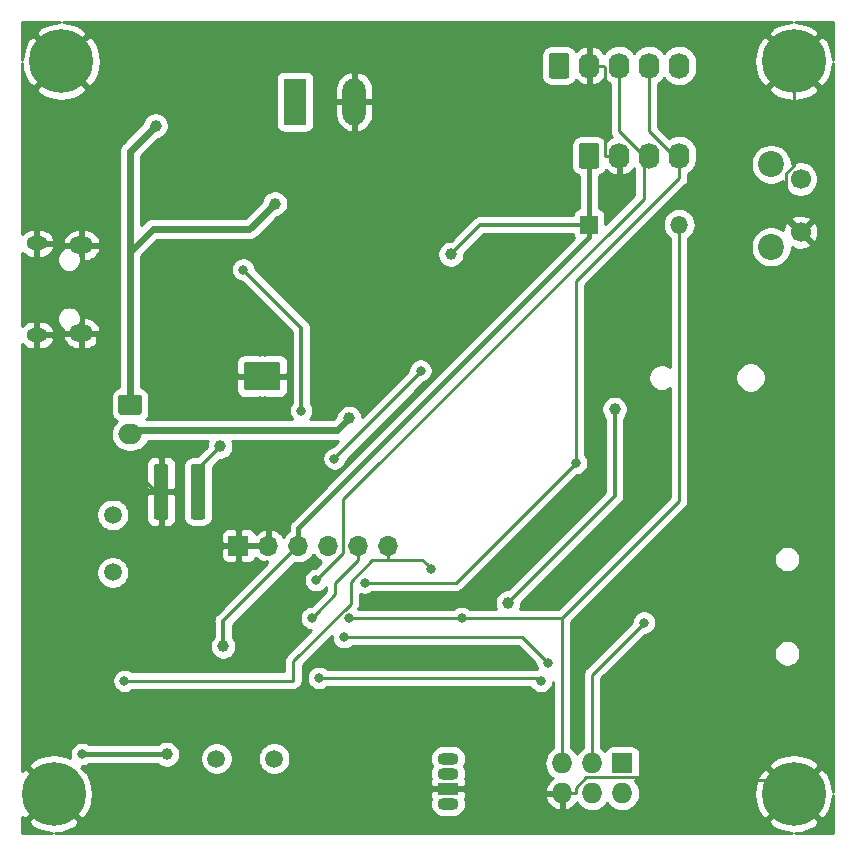
<source format=gbr>
G04 #@! TF.GenerationSoftware,KiCad,Pcbnew,(6.0.0-rc1-dev-1491-g0a4812be0)*
G04 #@! TF.CreationDate,2019-04-29T15:17:20+02:00
G04 #@! TF.ProjectId,datalogger,64617461-6c6f-4676-9765-722e6b696361,v. 1.0*
G04 #@! TF.SameCoordinates,Original*
G04 #@! TF.FileFunction,Copper,L2,Bot*
G04 #@! TF.FilePolarity,Positive*
%FSLAX46Y46*%
G04 Gerber Fmt 4.6, Leading zero omitted, Abs format (unit mm)*
G04 Created by KiCad (PCBNEW (6.0.0-rc1-dev-1491-g0a4812be0)) date 2019-04-29 15:17:20*
%MOMM*%
%LPD*%
G04 APERTURE LIST*
%ADD10O,1.800000X1.070000*%
%ADD11R,1.800000X1.070000*%
%ADD12O,1.800000X1.150000*%
%ADD13O,2.000000X1.450000*%
%ADD14O,1.980000X3.960000*%
%ADD15R,1.980000X3.960000*%
%ADD16O,2.000000X1.700000*%
%ADD17C,0.100000*%
%ADD18C,1.700000*%
%ADD19C,1.500000*%
%ADD20C,2.410000*%
%ADD21C,0.500000*%
%ADD22C,1.225000*%
%ADD23C,2.200000*%
%ADD24O,1.727200X1.727200*%
%ADD25R,1.727200X1.727200*%
%ADD26O,1.740000X2.200000*%
%ADD27C,1.740000*%
%ADD28O,1.700000X1.700000*%
%ADD29R,1.700000X1.700000*%
%ADD30C,0.800000*%
%ADD31C,5.400000*%
%ADD32O,1.500000X1.500000*%
%ADD33R,1.500000X1.500000*%
%ADD34C,1.000000*%
%ADD35C,0.279400*%
%ADD36C,0.350000*%
%ADD37C,0.400000*%
%ADD38C,0.600000*%
%ADD39C,0.254000*%
G04 APERTURE END LIST*
D10*
X126746000Y-116840000D03*
D11*
X126746000Y-115570000D03*
D10*
X126746000Y-114300000D03*
X126746000Y-113030000D03*
D12*
X91903000Y-77154000D03*
X91903000Y-69404000D03*
D13*
X95703000Y-77004000D03*
X95703000Y-69554000D03*
D14*
X118792000Y-57404000D03*
D15*
X113792000Y-57404000D03*
D16*
X99822000Y-85558000D03*
D17*
G36*
X100596504Y-82209204D02*
G01*
X100620773Y-82212804D01*
X100644571Y-82218765D01*
X100667671Y-82227030D01*
X100689849Y-82237520D01*
X100710893Y-82250133D01*
X100730598Y-82264747D01*
X100748777Y-82281223D01*
X100765253Y-82299402D01*
X100779867Y-82319107D01*
X100792480Y-82340151D01*
X100802970Y-82362329D01*
X100811235Y-82385429D01*
X100817196Y-82409227D01*
X100820796Y-82433496D01*
X100822000Y-82458000D01*
X100822000Y-83658000D01*
X100820796Y-83682504D01*
X100817196Y-83706773D01*
X100811235Y-83730571D01*
X100802970Y-83753671D01*
X100792480Y-83775849D01*
X100779867Y-83796893D01*
X100765253Y-83816598D01*
X100748777Y-83834777D01*
X100730598Y-83851253D01*
X100710893Y-83865867D01*
X100689849Y-83878480D01*
X100667671Y-83888970D01*
X100644571Y-83897235D01*
X100620773Y-83903196D01*
X100596504Y-83906796D01*
X100572000Y-83908000D01*
X99072000Y-83908000D01*
X99047496Y-83906796D01*
X99023227Y-83903196D01*
X98999429Y-83897235D01*
X98976329Y-83888970D01*
X98954151Y-83878480D01*
X98933107Y-83865867D01*
X98913402Y-83851253D01*
X98895223Y-83834777D01*
X98878747Y-83816598D01*
X98864133Y-83796893D01*
X98851520Y-83775849D01*
X98841030Y-83753671D01*
X98832765Y-83730571D01*
X98826804Y-83706773D01*
X98823204Y-83682504D01*
X98822000Y-83658000D01*
X98822000Y-82458000D01*
X98823204Y-82433496D01*
X98826804Y-82409227D01*
X98832765Y-82385429D01*
X98841030Y-82362329D01*
X98851520Y-82340151D01*
X98864133Y-82319107D01*
X98878747Y-82299402D01*
X98895223Y-82281223D01*
X98913402Y-82264747D01*
X98933107Y-82250133D01*
X98954151Y-82237520D01*
X98976329Y-82227030D01*
X98999429Y-82218765D01*
X99023227Y-82212804D01*
X99047496Y-82209204D01*
X99072000Y-82208000D01*
X100572000Y-82208000D01*
X100596504Y-82209204D01*
X100596504Y-82209204D01*
G37*
D18*
X99822000Y-83058000D03*
D19*
X98361500Y-97272500D03*
X98361500Y-92392500D03*
X107134000Y-113030000D03*
X112014000Y-113030000D03*
D17*
G36*
X112322506Y-79441204D02*
G01*
X112346774Y-79444804D01*
X112370573Y-79450765D01*
X112393672Y-79459030D01*
X112415850Y-79469519D01*
X112436893Y-79482132D01*
X112456599Y-79496747D01*
X112474777Y-79513223D01*
X112491253Y-79531401D01*
X112505868Y-79551107D01*
X112518481Y-79572150D01*
X112528970Y-79594328D01*
X112537235Y-79617427D01*
X112543196Y-79641226D01*
X112546796Y-79665494D01*
X112548000Y-79689998D01*
X112548000Y-81600002D01*
X112546796Y-81624506D01*
X112543196Y-81648774D01*
X112537235Y-81672573D01*
X112528970Y-81695672D01*
X112518481Y-81717850D01*
X112505868Y-81738893D01*
X112491253Y-81758599D01*
X112474777Y-81776777D01*
X112456599Y-81793253D01*
X112436893Y-81807868D01*
X112415850Y-81820481D01*
X112393672Y-81830970D01*
X112370573Y-81839235D01*
X112346774Y-81845196D01*
X112322506Y-81848796D01*
X112298002Y-81850000D01*
X109697998Y-81850000D01*
X109673494Y-81848796D01*
X109649226Y-81845196D01*
X109625427Y-81839235D01*
X109602328Y-81830970D01*
X109580150Y-81820481D01*
X109559107Y-81807868D01*
X109539401Y-81793253D01*
X109521223Y-81776777D01*
X109504747Y-81758599D01*
X109490132Y-81738893D01*
X109477519Y-81717850D01*
X109467030Y-81695672D01*
X109458765Y-81672573D01*
X109452804Y-81648774D01*
X109449204Y-81624506D01*
X109448000Y-81600002D01*
X109448000Y-79689998D01*
X109449204Y-79665494D01*
X109452804Y-79641226D01*
X109458765Y-79617427D01*
X109467030Y-79594328D01*
X109477519Y-79572150D01*
X109490132Y-79551107D01*
X109504747Y-79531401D01*
X109521223Y-79513223D01*
X109539401Y-79496747D01*
X109559107Y-79482132D01*
X109580150Y-79469519D01*
X109602328Y-79459030D01*
X109625427Y-79450765D01*
X109649226Y-79444804D01*
X109673494Y-79441204D01*
X109697998Y-79440000D01*
X112298002Y-79440000D01*
X112322506Y-79441204D01*
X112322506Y-79441204D01*
G37*
D20*
X110998000Y-80645000D03*
D21*
X112298000Y-79690000D03*
X112298000Y-81600000D03*
X110998000Y-79690000D03*
X110998000Y-81600000D03*
X109698000Y-79690000D03*
X109698000Y-81600000D03*
D17*
G36*
X105962504Y-88050204D02*
G01*
X105986773Y-88053804D01*
X106010571Y-88059765D01*
X106033671Y-88068030D01*
X106055849Y-88078520D01*
X106076893Y-88091133D01*
X106096598Y-88105747D01*
X106114777Y-88122223D01*
X106131253Y-88140402D01*
X106145867Y-88160107D01*
X106158480Y-88181151D01*
X106168970Y-88203329D01*
X106177235Y-88226429D01*
X106183196Y-88250227D01*
X106186796Y-88274496D01*
X106188000Y-88299000D01*
X106188000Y-92549000D01*
X106186796Y-92573504D01*
X106183196Y-92597773D01*
X106177235Y-92621571D01*
X106168970Y-92644671D01*
X106158480Y-92666849D01*
X106145867Y-92687893D01*
X106131253Y-92707598D01*
X106114777Y-92725777D01*
X106096598Y-92742253D01*
X106076893Y-92756867D01*
X106055849Y-92769480D01*
X106033671Y-92779970D01*
X106010571Y-92788235D01*
X105986773Y-92794196D01*
X105962504Y-92797796D01*
X105938000Y-92799000D01*
X105213000Y-92799000D01*
X105188496Y-92797796D01*
X105164227Y-92794196D01*
X105140429Y-92788235D01*
X105117329Y-92779970D01*
X105095151Y-92769480D01*
X105074107Y-92756867D01*
X105054402Y-92742253D01*
X105036223Y-92725777D01*
X105019747Y-92707598D01*
X105005133Y-92687893D01*
X104992520Y-92666849D01*
X104982030Y-92644671D01*
X104973765Y-92621571D01*
X104967804Y-92597773D01*
X104964204Y-92573504D01*
X104963000Y-92549000D01*
X104963000Y-88299000D01*
X104964204Y-88274496D01*
X104967804Y-88250227D01*
X104973765Y-88226429D01*
X104982030Y-88203329D01*
X104992520Y-88181151D01*
X105005133Y-88160107D01*
X105019747Y-88140402D01*
X105036223Y-88122223D01*
X105054402Y-88105747D01*
X105074107Y-88091133D01*
X105095151Y-88078520D01*
X105117329Y-88068030D01*
X105140429Y-88059765D01*
X105164227Y-88053804D01*
X105188496Y-88050204D01*
X105213000Y-88049000D01*
X105938000Y-88049000D01*
X105962504Y-88050204D01*
X105962504Y-88050204D01*
G37*
D22*
X105575500Y-90424000D03*
D17*
G36*
X102837504Y-88050204D02*
G01*
X102861773Y-88053804D01*
X102885571Y-88059765D01*
X102908671Y-88068030D01*
X102930849Y-88078520D01*
X102951893Y-88091133D01*
X102971598Y-88105747D01*
X102989777Y-88122223D01*
X103006253Y-88140402D01*
X103020867Y-88160107D01*
X103033480Y-88181151D01*
X103043970Y-88203329D01*
X103052235Y-88226429D01*
X103058196Y-88250227D01*
X103061796Y-88274496D01*
X103063000Y-88299000D01*
X103063000Y-92549000D01*
X103061796Y-92573504D01*
X103058196Y-92597773D01*
X103052235Y-92621571D01*
X103043970Y-92644671D01*
X103033480Y-92666849D01*
X103020867Y-92687893D01*
X103006253Y-92707598D01*
X102989777Y-92725777D01*
X102971598Y-92742253D01*
X102951893Y-92756867D01*
X102930849Y-92769480D01*
X102908671Y-92779970D01*
X102885571Y-92788235D01*
X102861773Y-92794196D01*
X102837504Y-92797796D01*
X102813000Y-92799000D01*
X102088000Y-92799000D01*
X102063496Y-92797796D01*
X102039227Y-92794196D01*
X102015429Y-92788235D01*
X101992329Y-92779970D01*
X101970151Y-92769480D01*
X101949107Y-92756867D01*
X101929402Y-92742253D01*
X101911223Y-92725777D01*
X101894747Y-92707598D01*
X101880133Y-92687893D01*
X101867520Y-92666849D01*
X101857030Y-92644671D01*
X101848765Y-92621571D01*
X101842804Y-92597773D01*
X101839204Y-92573504D01*
X101838000Y-92549000D01*
X101838000Y-88299000D01*
X101839204Y-88274496D01*
X101842804Y-88250227D01*
X101848765Y-88226429D01*
X101857030Y-88203329D01*
X101867520Y-88181151D01*
X101880133Y-88160107D01*
X101894747Y-88140402D01*
X101911223Y-88122223D01*
X101929402Y-88105747D01*
X101949107Y-88091133D01*
X101970151Y-88078520D01*
X101992329Y-88068030D01*
X102015429Y-88059765D01*
X102039227Y-88053804D01*
X102063496Y-88050204D01*
X102088000Y-88049000D01*
X102813000Y-88049000D01*
X102837504Y-88050204D01*
X102837504Y-88050204D01*
G37*
D22*
X102450500Y-90424000D03*
D18*
X156592000Y-63955500D03*
X156592000Y-68455500D03*
D23*
X154092000Y-62705500D03*
X154092000Y-69705500D03*
D24*
X136398000Y-115951000D03*
X136398000Y-113411000D03*
X138938000Y-115951000D03*
X138938000Y-113411000D03*
X141478000Y-115951000D03*
D25*
X141478000Y-113411000D03*
D26*
X146304000Y-61976000D03*
X143764000Y-61976000D03*
X141224000Y-61976000D03*
D17*
G36*
X139328505Y-60877204D02*
G01*
X139352773Y-60880804D01*
X139376572Y-60886765D01*
X139399671Y-60895030D01*
X139421850Y-60905520D01*
X139442893Y-60918132D01*
X139462599Y-60932747D01*
X139480777Y-60949223D01*
X139497253Y-60967401D01*
X139511868Y-60987107D01*
X139524480Y-61008150D01*
X139534970Y-61030329D01*
X139543235Y-61053428D01*
X139549196Y-61077227D01*
X139552796Y-61101495D01*
X139554000Y-61125999D01*
X139554000Y-62826001D01*
X139552796Y-62850505D01*
X139549196Y-62874773D01*
X139543235Y-62898572D01*
X139534970Y-62921671D01*
X139524480Y-62943850D01*
X139511868Y-62964893D01*
X139497253Y-62984599D01*
X139480777Y-63002777D01*
X139462599Y-63019253D01*
X139442893Y-63033868D01*
X139421850Y-63046480D01*
X139399671Y-63056970D01*
X139376572Y-63065235D01*
X139352773Y-63071196D01*
X139328505Y-63074796D01*
X139304001Y-63076000D01*
X138063999Y-63076000D01*
X138039495Y-63074796D01*
X138015227Y-63071196D01*
X137991428Y-63065235D01*
X137968329Y-63056970D01*
X137946150Y-63046480D01*
X137925107Y-63033868D01*
X137905401Y-63019253D01*
X137887223Y-63002777D01*
X137870747Y-62984599D01*
X137856132Y-62964893D01*
X137843520Y-62943850D01*
X137833030Y-62921671D01*
X137824765Y-62898572D01*
X137818804Y-62874773D01*
X137815204Y-62850505D01*
X137814000Y-62826001D01*
X137814000Y-61125999D01*
X137815204Y-61101495D01*
X137818804Y-61077227D01*
X137824765Y-61053428D01*
X137833030Y-61030329D01*
X137843520Y-61008150D01*
X137856132Y-60987107D01*
X137870747Y-60967401D01*
X137887223Y-60949223D01*
X137905401Y-60932747D01*
X137925107Y-60918132D01*
X137946150Y-60905520D01*
X137968329Y-60895030D01*
X137991428Y-60886765D01*
X138015227Y-60880804D01*
X138039495Y-60877204D01*
X138063999Y-60876000D01*
X139304001Y-60876000D01*
X139328505Y-60877204D01*
X139328505Y-60877204D01*
G37*
D27*
X138684000Y-61976000D03*
D26*
X146304000Y-54356000D03*
X143764000Y-54356000D03*
X141224000Y-54356000D03*
X138684000Y-54356000D03*
D17*
G36*
X136788505Y-53257204D02*
G01*
X136812773Y-53260804D01*
X136836572Y-53266765D01*
X136859671Y-53275030D01*
X136881850Y-53285520D01*
X136902893Y-53298132D01*
X136922599Y-53312747D01*
X136940777Y-53329223D01*
X136957253Y-53347401D01*
X136971868Y-53367107D01*
X136984480Y-53388150D01*
X136994970Y-53410329D01*
X137003235Y-53433428D01*
X137009196Y-53457227D01*
X137012796Y-53481495D01*
X137014000Y-53505999D01*
X137014000Y-55206001D01*
X137012796Y-55230505D01*
X137009196Y-55254773D01*
X137003235Y-55278572D01*
X136994970Y-55301671D01*
X136984480Y-55323850D01*
X136971868Y-55344893D01*
X136957253Y-55364599D01*
X136940777Y-55382777D01*
X136922599Y-55399253D01*
X136902893Y-55413868D01*
X136881850Y-55426480D01*
X136859671Y-55436970D01*
X136836572Y-55445235D01*
X136812773Y-55451196D01*
X136788505Y-55454796D01*
X136764001Y-55456000D01*
X135523999Y-55456000D01*
X135499495Y-55454796D01*
X135475227Y-55451196D01*
X135451428Y-55445235D01*
X135428329Y-55436970D01*
X135406150Y-55426480D01*
X135385107Y-55413868D01*
X135365401Y-55399253D01*
X135347223Y-55382777D01*
X135330747Y-55364599D01*
X135316132Y-55344893D01*
X135303520Y-55323850D01*
X135293030Y-55301671D01*
X135284765Y-55278572D01*
X135278804Y-55254773D01*
X135275204Y-55230505D01*
X135274000Y-55206001D01*
X135274000Y-53505999D01*
X135275204Y-53481495D01*
X135278804Y-53457227D01*
X135284765Y-53433428D01*
X135293030Y-53410329D01*
X135303520Y-53388150D01*
X135316132Y-53367107D01*
X135330747Y-53347401D01*
X135347223Y-53329223D01*
X135365401Y-53312747D01*
X135385107Y-53298132D01*
X135406150Y-53285520D01*
X135428329Y-53275030D01*
X135451428Y-53266765D01*
X135475227Y-53260804D01*
X135499495Y-53257204D01*
X135523999Y-53256000D01*
X136764001Y-53256000D01*
X136788505Y-53257204D01*
X136788505Y-53257204D01*
G37*
D27*
X136144000Y-54356000D03*
D28*
X121700000Y-95000000D03*
X119160000Y-95000000D03*
X116620000Y-95000000D03*
X114080000Y-95000000D03*
X111540000Y-95000000D03*
D29*
X109000000Y-95000000D03*
D30*
X94776891Y-114568109D03*
X93345000Y-113975000D03*
X91913109Y-114568109D03*
X91320000Y-116000000D03*
X91913109Y-117431891D03*
X93345000Y-118025000D03*
X94776891Y-117431891D03*
X95370000Y-116000000D03*
D31*
X93345000Y-116000000D03*
D30*
X157431891Y-52568109D03*
X156000000Y-51975000D03*
X154568109Y-52568109D03*
X153975000Y-54000000D03*
X154568109Y-55431891D03*
X156000000Y-56025000D03*
X157431891Y-55431891D03*
X158025000Y-54000000D03*
D31*
X156000000Y-54000000D03*
D30*
X157431891Y-114568109D03*
X156000000Y-113975000D03*
X154568109Y-114568109D03*
X153975000Y-116000000D03*
X154568109Y-117431891D03*
X156000000Y-118025000D03*
X157431891Y-117431891D03*
X158025000Y-116000000D03*
D31*
X156000000Y-116000000D03*
D30*
X95431891Y-52568109D03*
X94000000Y-51975000D03*
X92568109Y-52568109D03*
X91975000Y-54000000D03*
X92568109Y-55431891D03*
X94000000Y-56025000D03*
X95431891Y-55431891D03*
X96025000Y-54000000D03*
D31*
X94000000Y-54000000D03*
D32*
X146304000Y-67818000D03*
D33*
X138684000Y-67818000D03*
D30*
X132334000Y-51816000D03*
X132334000Y-52832000D03*
X132334000Y-53848000D03*
X132334000Y-54864000D03*
X132334000Y-55880000D03*
X132334000Y-56896000D03*
X132334000Y-57912000D03*
X133350000Y-57912000D03*
X133350000Y-56896000D03*
X133350000Y-55880000D03*
X133350000Y-54864000D03*
X133350000Y-53848000D03*
X133350000Y-52832000D03*
X133350000Y-51816000D03*
X121666000Y-52578000D03*
X121666000Y-53594000D03*
X121666000Y-54610000D03*
X121666000Y-55626000D03*
X121666000Y-56642000D03*
X121666000Y-58420000D03*
X121666000Y-59436000D03*
X121666000Y-60452000D03*
X121666000Y-60452000D03*
X121666000Y-60452000D03*
X121666000Y-61468000D03*
X122682000Y-61468000D03*
X122682000Y-60452000D03*
X122682000Y-59436000D03*
X122682000Y-58420000D03*
X123698000Y-58420000D03*
X123698000Y-59436000D03*
X123698000Y-60452000D03*
X124714000Y-59436000D03*
X124632000Y-58420000D03*
X100584000Y-52070000D03*
X100584000Y-53340000D03*
X100584000Y-54610000D03*
X100584000Y-55880000D03*
X99314000Y-55880000D03*
X99314000Y-54610000D03*
X99314000Y-53340000D03*
X99314000Y-52070000D03*
X102108000Y-52070000D03*
X103124000Y-52070000D03*
X104140000Y-52070000D03*
X105156000Y-52070000D03*
X102616000Y-70866000D03*
X103886000Y-70866000D03*
X105156000Y-70866000D03*
X106426000Y-70866000D03*
X93980000Y-105918000D03*
X93980000Y-104902000D03*
X93980000Y-103886000D03*
X93980000Y-102870000D03*
X93980000Y-101854000D03*
X93980000Y-100838000D03*
X92964000Y-101854000D03*
X92964000Y-102870000D03*
X92964000Y-103886000D03*
X92964000Y-104902000D03*
X92964000Y-105918000D03*
X116586000Y-104140000D03*
X117602000Y-104394000D03*
X133604000Y-107950000D03*
X132842000Y-108966000D03*
X134366000Y-108966000D03*
D34*
X131826000Y-99822000D03*
X140843000Y-83439000D03*
X107696001Y-103505001D03*
X102933500Y-112648988D03*
D30*
X95757988Y-112648988D03*
D34*
X126963500Y-70321500D03*
D30*
X99338400Y-106450000D03*
X125326710Y-96977200D03*
X118377300Y-101111600D03*
X127889000Y-101111600D03*
X115207300Y-101124800D03*
X115570004Y-97917000D03*
X119676400Y-98134700D03*
X137576000Y-87989700D03*
D34*
X101981000Y-59436000D03*
X112082500Y-66040000D03*
X118364000Y-84201000D03*
D30*
X135182000Y-104902000D03*
X117932200Y-102740200D03*
X109390399Y-71628001D03*
X114300002Y-83566002D03*
X124414300Y-80175800D03*
X117114000Y-87630000D03*
D34*
X107442000Y-86587800D03*
D30*
X143337000Y-101514500D03*
X134593200Y-106450000D03*
X115806800Y-106184800D03*
D35*
X130988100Y-115570000D02*
X134813400Y-115570000D01*
X134813400Y-115570000D02*
X135194400Y-115951000D01*
X126746000Y-115570000D02*
X130988100Y-115570000D01*
X130988100Y-115570000D02*
X130988100Y-109333400D01*
X136398000Y-115951000D02*
X135194400Y-115951000D01*
X138684000Y-54356000D02*
X139894000Y-54356000D01*
X141224000Y-61976000D02*
X140014000Y-61976000D01*
X139894000Y-54356000D02*
X140014000Y-54476000D01*
X140014000Y-54476000D02*
X140014000Y-61976000D01*
X137601600Y-115951000D02*
X137601600Y-115482100D01*
X137601600Y-115482100D02*
X138464100Y-114619600D01*
X138464100Y-114619600D02*
X150635500Y-114619600D01*
X150635500Y-114619600D02*
X150880500Y-114864600D01*
X150880500Y-114864600D02*
X153975000Y-114864600D01*
X136398000Y-115951000D02*
X137601600Y-115951000D01*
X154568100Y-114568100D02*
X154271600Y-114864600D01*
X154271600Y-114864600D02*
X153975000Y-114864600D01*
X153975000Y-114864600D02*
X153975000Y-116000000D01*
X94776900Y-115406900D02*
X94776900Y-114568100D01*
X95370000Y-116000000D02*
X94776900Y-115406900D01*
X93345000Y-116000000D02*
X94183800Y-116000000D01*
X94183800Y-116000000D02*
X94776900Y-115406900D01*
X157431900Y-52568100D02*
X158025000Y-53161200D01*
X158025000Y-53161200D02*
X158025000Y-54000000D01*
X157431900Y-114568100D02*
X158025000Y-115161200D01*
X158025000Y-115161200D02*
X158025000Y-116000000D01*
X96025000Y-54000000D02*
X95431900Y-54593100D01*
X95431900Y-54593100D02*
X95431900Y-55431900D01*
X95370000Y-116000000D02*
X94776900Y-116593100D01*
X94776900Y-116593100D02*
X94776900Y-117431900D01*
X92568100Y-55431900D02*
X91975000Y-54838800D01*
X91975000Y-54838800D02*
X91975000Y-54000000D01*
X91320000Y-116000000D02*
X91913100Y-115406900D01*
X91913100Y-115406900D02*
X91913100Y-114568100D01*
X91913100Y-117431900D02*
X91320000Y-116838800D01*
X91320000Y-116838800D02*
X91320000Y-116000000D01*
X156592000Y-68455500D02*
X155379600Y-67243100D01*
X155379600Y-67243100D02*
X155379600Y-63484900D01*
X155379600Y-63484900D02*
X156000000Y-62864500D01*
X156000000Y-62864500D02*
X156000000Y-56025000D01*
X158025000Y-54000000D02*
X157431900Y-54593100D01*
X157431900Y-54593100D02*
X157431900Y-55431900D01*
X158025000Y-116000000D02*
X157431900Y-116593100D01*
X157431900Y-116593100D02*
X157431900Y-117431900D01*
X109000000Y-92717000D02*
X110998000Y-90719000D01*
X109000000Y-95000000D02*
X109000000Y-92717000D01*
X101981000Y-90424000D02*
X102489000Y-90424000D01*
X97043000Y-85486000D02*
X101981000Y-90424000D01*
X95703000Y-77004000D02*
X97043000Y-77004000D01*
X97043000Y-77004000D02*
X97043000Y-85486000D01*
D36*
X131826000Y-99822000D02*
X140843000Y-90805000D01*
X140843000Y-90805000D02*
X140843000Y-83439000D01*
X140843000Y-83439000D02*
X140843000Y-83439000D01*
D37*
X138684000Y-67818000D02*
X138684000Y-61976000D01*
D35*
X138684000Y-68363000D02*
X138684000Y-67818000D01*
D37*
X138684000Y-68363000D02*
X138684000Y-68908000D01*
X138684000Y-68908000D02*
X114080000Y-93512000D01*
X114080000Y-93512000D02*
X114080000Y-95000000D01*
D36*
X107696001Y-101383999D02*
X107696001Y-102797895D01*
X114080000Y-95000000D02*
X107696001Y-101383999D01*
X107696001Y-102797895D02*
X107696001Y-103505001D01*
D37*
X95757988Y-112648988D02*
X95757988Y-112648988D01*
X95757988Y-112648988D02*
X102933500Y-112648988D01*
D36*
X129467000Y-67818000D02*
X138684000Y-67818000D01*
X126963500Y-70321500D02*
X129467000Y-67818000D01*
D35*
X121700000Y-95000000D02*
X121700000Y-96190000D01*
X99314400Y-106426000D02*
X99338400Y-106450000D01*
X120345000Y-96190000D02*
X118491000Y-98044000D01*
X121700000Y-96190000D02*
X120345000Y-96190000D01*
X118491000Y-98044000D02*
X118491000Y-99930000D01*
X118491000Y-99930000D02*
X113646000Y-104775000D01*
X113646000Y-104775000D02*
X113646000Y-106426000D01*
X113646000Y-106426000D02*
X99314400Y-106426000D01*
X124926711Y-96577201D02*
X125326710Y-96977200D01*
X124539510Y-96190000D02*
X124926711Y-96577201D01*
X121700000Y-96190000D02*
X124539510Y-96190000D01*
X136398000Y-101111600D02*
X127889000Y-101111600D01*
X146304000Y-68908000D02*
X146304000Y-91205600D01*
X146304000Y-91205600D02*
X136398000Y-101111600D01*
X136398000Y-101111600D02*
X136398000Y-112207400D01*
X136398000Y-113411000D02*
X136398000Y-112207400D01*
X146304000Y-67818000D02*
X146304000Y-68908000D01*
X127889000Y-101111600D02*
X118377300Y-101111600D01*
X119160000Y-96202081D02*
X117198701Y-98163380D01*
X115607299Y-100724801D02*
X115207300Y-101124800D01*
X117198701Y-98163380D02*
X117198701Y-99133399D01*
X117198701Y-99133399D02*
X115607299Y-100724801D01*
X119160000Y-95000000D02*
X119160000Y-96202081D01*
X141224000Y-54356000D02*
X141224000Y-59905000D01*
X141224000Y-59905000D02*
X143295000Y-61976000D01*
X143764000Y-61976000D02*
X143295000Y-61976000D01*
X115970003Y-97517001D02*
X115570004Y-97917000D01*
X117890000Y-95597004D02*
X115970003Y-97517001D01*
X117890000Y-91025000D02*
X117890000Y-95597004D01*
X143295000Y-65620000D02*
X117890000Y-91025000D01*
X143295000Y-61976000D02*
X143295000Y-65620000D01*
X137576000Y-87989700D02*
X127431000Y-98134700D01*
X127431000Y-98134700D02*
X119676400Y-98134700D01*
X143764000Y-54356000D02*
X143764000Y-59905000D01*
X143764000Y-59905000D02*
X145835000Y-61976000D01*
X146304000Y-61976000D02*
X145835000Y-61976000D01*
X137576000Y-72609000D02*
X137576000Y-87989700D01*
X146304000Y-61976000D02*
X146304000Y-63881000D01*
X146304000Y-63881000D02*
X137576000Y-72609000D01*
D38*
X101727000Y-68199000D02*
X99822000Y-70104000D01*
X112082500Y-66040000D02*
X109923500Y-68199000D01*
X109923500Y-68199000D02*
X101727000Y-68199000D01*
X99822000Y-70104000D02*
X99822000Y-83058000D01*
X101981000Y-59436000D02*
X99822000Y-61595000D01*
X99822000Y-61595000D02*
X99822000Y-70104000D01*
X100163000Y-85217000D02*
X99822000Y-85558000D01*
X118364000Y-84201000D02*
X117348000Y-85217000D01*
X117348000Y-85217000D02*
X100163000Y-85217000D01*
D35*
X133020200Y-102740200D02*
X118497885Y-102740200D01*
X118497885Y-102740200D02*
X117932200Y-102740200D01*
X135182000Y-104902000D02*
X133020200Y-102740200D01*
D36*
X114300002Y-76537604D02*
X114300002Y-83000317D01*
X114300002Y-83000317D02*
X114300002Y-83566002D01*
X109390399Y-71628001D02*
X114300002Y-76537604D01*
X124414300Y-80329700D02*
X124414300Y-80175800D01*
X117114000Y-87630000D02*
X124414300Y-80329700D01*
D35*
X105664000Y-88365800D02*
X107442000Y-86587800D01*
X105664000Y-90424000D02*
X105664000Y-88365800D01*
X138938000Y-113411000D02*
X138938000Y-105913500D01*
X138938000Y-105913500D02*
X143337000Y-101514500D01*
X115806800Y-106184800D02*
X134328000Y-106184800D01*
X134328000Y-106184800D02*
X134593200Y-106450000D01*
D39*
G36*
X93350707Y-50712366D02*
G01*
X92721797Y-50902208D01*
X92142008Y-51211096D01*
X92134411Y-51216172D01*
X91834231Y-51654626D01*
X94000000Y-53820395D01*
X96165769Y-51654626D01*
X95865589Y-51216172D01*
X95286644Y-50905704D01*
X94658254Y-50714148D01*
X94116057Y-50660000D01*
X155889922Y-50660000D01*
X155350707Y-50712366D01*
X154721797Y-50902208D01*
X154142008Y-51211096D01*
X154134411Y-51216172D01*
X153834231Y-51654626D01*
X156000000Y-53820395D01*
X158165769Y-51654626D01*
X157865589Y-51216172D01*
X157286644Y-50905704D01*
X156658254Y-50714148D01*
X156116057Y-50660000D01*
X159340000Y-50660000D01*
X159340000Y-53889922D01*
X159287634Y-53350707D01*
X159097792Y-52721797D01*
X158788904Y-52142008D01*
X158783828Y-52134411D01*
X158345374Y-51834231D01*
X156179605Y-54000000D01*
X158345374Y-56165769D01*
X158783828Y-55865589D01*
X159094296Y-55286644D01*
X159285852Y-54658254D01*
X159340000Y-54116056D01*
X159340001Y-115889931D01*
X159287634Y-115350707D01*
X159097792Y-114721797D01*
X158788904Y-114142008D01*
X158783828Y-114134411D01*
X158345374Y-113834231D01*
X156179605Y-116000000D01*
X158345374Y-118165769D01*
X158783828Y-117865589D01*
X159094296Y-117286644D01*
X159285852Y-116658254D01*
X159340001Y-116116047D01*
X159340001Y-119340000D01*
X156110078Y-119340000D01*
X156649293Y-119287634D01*
X157278203Y-119097792D01*
X157857992Y-118788904D01*
X157865589Y-118783828D01*
X158165769Y-118345374D01*
X156000000Y-116179605D01*
X153834231Y-118345374D01*
X154134411Y-118783828D01*
X154713356Y-119094296D01*
X155341746Y-119285852D01*
X155883943Y-119340000D01*
X93455078Y-119340000D01*
X93994293Y-119287634D01*
X94623203Y-119097792D01*
X95202992Y-118788904D01*
X95210589Y-118783828D01*
X95510769Y-118345374D01*
X93345000Y-116179605D01*
X91179231Y-118345374D01*
X91479411Y-118783828D01*
X92058356Y-119094296D01*
X92686746Y-119285852D01*
X93228943Y-119340000D01*
X90660000Y-119340000D01*
X90660000Y-117933250D01*
X90999626Y-118165769D01*
X93165395Y-116000000D01*
X90999626Y-113834231D01*
X90660000Y-114066750D01*
X90660000Y-113654626D01*
X91179231Y-113654626D01*
X93345000Y-115820395D01*
X93359143Y-115806253D01*
X93538748Y-115985858D01*
X93524605Y-116000000D01*
X95690374Y-118165769D01*
X96128828Y-117865589D01*
X96439296Y-117286644D01*
X96575449Y-116840000D01*
X125205339Y-116840000D01*
X125227929Y-117069360D01*
X125294831Y-117289906D01*
X125403474Y-117493162D01*
X125549682Y-117671318D01*
X125727838Y-117817526D01*
X125931094Y-117926169D01*
X126151640Y-117993071D01*
X126323523Y-118010000D01*
X127168477Y-118010000D01*
X127340360Y-117993071D01*
X127560906Y-117926169D01*
X127764162Y-117817526D01*
X127942318Y-117671318D01*
X128088526Y-117493162D01*
X128197169Y-117289906D01*
X128264071Y-117069360D01*
X128286661Y-116840000D01*
X128264071Y-116610640D01*
X128204052Y-116412786D01*
X128208730Y-116405785D01*
X128248393Y-116310027D01*
X134943037Y-116310027D01*
X135041036Y-116586978D01*
X135191183Y-116839488D01*
X135387707Y-117057854D01*
X135623056Y-117233684D01*
X135888186Y-117360222D01*
X136038974Y-117405958D01*
X136271000Y-117284817D01*
X136271000Y-116078000D01*
X135063536Y-116078000D01*
X134943037Y-116310027D01*
X128248393Y-116310027D01*
X128256597Y-116290223D01*
X128281000Y-116167542D01*
X128281000Y-115855750D01*
X128122250Y-115697000D01*
X127373560Y-115697000D01*
X127340360Y-115686929D01*
X127168477Y-115670000D01*
X126323523Y-115670000D01*
X126151640Y-115686929D01*
X126118440Y-115697000D01*
X125369750Y-115697000D01*
X125211000Y-115855750D01*
X125211000Y-116167542D01*
X125235403Y-116290223D01*
X125283270Y-116405785D01*
X125287948Y-116412786D01*
X125227929Y-116610640D01*
X125205339Y-116840000D01*
X96575449Y-116840000D01*
X96630852Y-116658254D01*
X96696134Y-116004569D01*
X96632634Y-115350707D01*
X96442792Y-114721797D01*
X96133904Y-114142008D01*
X96128828Y-114134411D01*
X95690376Y-113834232D01*
X95803981Y-113720627D01*
X95767342Y-113683988D01*
X95859927Y-113683988D01*
X96059886Y-113644214D01*
X96248244Y-113566193D01*
X96371273Y-113483988D01*
X102163368Y-113483988D01*
X102209980Y-113530600D01*
X102395876Y-113654812D01*
X102602433Y-113740371D01*
X102821712Y-113783988D01*
X103045288Y-113783988D01*
X103264567Y-113740371D01*
X103471124Y-113654812D01*
X103657020Y-113530600D01*
X103815112Y-113372508D01*
X103939324Y-113186612D01*
X104024883Y-112980055D01*
X104042082Y-112893589D01*
X105749000Y-112893589D01*
X105749000Y-113166411D01*
X105802225Y-113433989D01*
X105906629Y-113686043D01*
X106058201Y-113912886D01*
X106251114Y-114105799D01*
X106477957Y-114257371D01*
X106730011Y-114361775D01*
X106997589Y-114415000D01*
X107270411Y-114415000D01*
X107537989Y-114361775D01*
X107790043Y-114257371D01*
X108016886Y-114105799D01*
X108209799Y-113912886D01*
X108361371Y-113686043D01*
X108465775Y-113433989D01*
X108519000Y-113166411D01*
X108519000Y-112893589D01*
X110629000Y-112893589D01*
X110629000Y-113166411D01*
X110682225Y-113433989D01*
X110786629Y-113686043D01*
X110938201Y-113912886D01*
X111131114Y-114105799D01*
X111357957Y-114257371D01*
X111610011Y-114361775D01*
X111877589Y-114415000D01*
X112150411Y-114415000D01*
X112417989Y-114361775D01*
X112670043Y-114257371D01*
X112896886Y-114105799D01*
X113089799Y-113912886D01*
X113241371Y-113686043D01*
X113345775Y-113433989D01*
X113399000Y-113166411D01*
X113399000Y-113030000D01*
X125205339Y-113030000D01*
X125227929Y-113259360D01*
X125294831Y-113479906D01*
X125393766Y-113665000D01*
X125294831Y-113850094D01*
X125227929Y-114070640D01*
X125205339Y-114300000D01*
X125227929Y-114529360D01*
X125287948Y-114727214D01*
X125283270Y-114734215D01*
X125235403Y-114849777D01*
X125211000Y-114972458D01*
X125211000Y-115284250D01*
X125369750Y-115443000D01*
X126118440Y-115443000D01*
X126151640Y-115453071D01*
X126323523Y-115470000D01*
X127168477Y-115470000D01*
X127340360Y-115453071D01*
X127373560Y-115443000D01*
X128122250Y-115443000D01*
X128281000Y-115284250D01*
X128281000Y-114972458D01*
X128256597Y-114849777D01*
X128208730Y-114734215D01*
X128204052Y-114727214D01*
X128264071Y-114529360D01*
X128286661Y-114300000D01*
X128264071Y-114070640D01*
X128197169Y-113850094D01*
X128098234Y-113665000D01*
X128197169Y-113479906D01*
X128264071Y-113259360D01*
X128286661Y-113030000D01*
X128264071Y-112800640D01*
X128197169Y-112580094D01*
X128088526Y-112376838D01*
X127942318Y-112198682D01*
X127764162Y-112052474D01*
X127560906Y-111943831D01*
X127340360Y-111876929D01*
X127168477Y-111860000D01*
X126323523Y-111860000D01*
X126151640Y-111876929D01*
X125931094Y-111943831D01*
X125727838Y-112052474D01*
X125549682Y-112198682D01*
X125403474Y-112376838D01*
X125294831Y-112580094D01*
X125227929Y-112800640D01*
X125205339Y-113030000D01*
X113399000Y-113030000D01*
X113399000Y-112893589D01*
X113345775Y-112626011D01*
X113241371Y-112373957D01*
X113089799Y-112147114D01*
X112896886Y-111954201D01*
X112670043Y-111802629D01*
X112417989Y-111698225D01*
X112150411Y-111645000D01*
X111877589Y-111645000D01*
X111610011Y-111698225D01*
X111357957Y-111802629D01*
X111131114Y-111954201D01*
X110938201Y-112147114D01*
X110786629Y-112373957D01*
X110682225Y-112626011D01*
X110629000Y-112893589D01*
X108519000Y-112893589D01*
X108465775Y-112626011D01*
X108361371Y-112373957D01*
X108209799Y-112147114D01*
X108016886Y-111954201D01*
X107790043Y-111802629D01*
X107537989Y-111698225D01*
X107270411Y-111645000D01*
X106997589Y-111645000D01*
X106730011Y-111698225D01*
X106477957Y-111802629D01*
X106251114Y-111954201D01*
X106058201Y-112147114D01*
X105906629Y-112373957D01*
X105802225Y-112626011D01*
X105749000Y-112893589D01*
X104042082Y-112893589D01*
X104068500Y-112760776D01*
X104068500Y-112537200D01*
X104024883Y-112317921D01*
X103939324Y-112111364D01*
X103815112Y-111925468D01*
X103657020Y-111767376D01*
X103471124Y-111643164D01*
X103264567Y-111557605D01*
X103045288Y-111513988D01*
X102821712Y-111513988D01*
X102602433Y-111557605D01*
X102395876Y-111643164D01*
X102209980Y-111767376D01*
X102163368Y-111813988D01*
X96371273Y-111813988D01*
X96248244Y-111731783D01*
X96059886Y-111653762D01*
X95859927Y-111613988D01*
X95656049Y-111613988D01*
X95456090Y-111653762D01*
X95267732Y-111731783D01*
X95098214Y-111845051D01*
X94954051Y-111989214D01*
X94840783Y-112158732D01*
X94762762Y-112347090D01*
X94722988Y-112547049D01*
X94722988Y-112750927D01*
X94762762Y-112950886D01*
X94776145Y-112983195D01*
X94631644Y-112905704D01*
X94003254Y-112714148D01*
X93349569Y-112648866D01*
X92695707Y-112712366D01*
X92066797Y-112902208D01*
X91487008Y-113211096D01*
X91479411Y-113216172D01*
X91179231Y-113654626D01*
X90660000Y-113654626D01*
X90660000Y-106348061D01*
X98303400Y-106348061D01*
X98303400Y-106551939D01*
X98343174Y-106751898D01*
X98421195Y-106940256D01*
X98534463Y-107109774D01*
X98678626Y-107253937D01*
X98848144Y-107367205D01*
X99036502Y-107445226D01*
X99236461Y-107485000D01*
X99440339Y-107485000D01*
X99640298Y-107445226D01*
X99828656Y-107367205D01*
X99998174Y-107253937D01*
X100051411Y-107200700D01*
X113607947Y-107200700D01*
X113646000Y-107204448D01*
X113684053Y-107200700D01*
X113797868Y-107189490D01*
X113943899Y-107145192D01*
X114078483Y-107073256D01*
X114196446Y-106976446D01*
X114293256Y-106858483D01*
X114365192Y-106723899D01*
X114409490Y-106577868D01*
X114424448Y-106426000D01*
X114420700Y-106387947D01*
X114420700Y-105095891D01*
X116901885Y-102614706D01*
X116897200Y-102638261D01*
X116897200Y-102842139D01*
X116936974Y-103042098D01*
X117014995Y-103230456D01*
X117128263Y-103399974D01*
X117272426Y-103544137D01*
X117441944Y-103657405D01*
X117630302Y-103735426D01*
X117830261Y-103775200D01*
X118034139Y-103775200D01*
X118234098Y-103735426D01*
X118422456Y-103657405D01*
X118591974Y-103544137D01*
X118621211Y-103514900D01*
X132699309Y-103514900D01*
X134147000Y-104962592D01*
X134147000Y-105003939D01*
X134186774Y-105203898D01*
X134264795Y-105392256D01*
X134276718Y-105410100D01*
X116495811Y-105410100D01*
X116466574Y-105380863D01*
X116297056Y-105267595D01*
X116108698Y-105189574D01*
X115908739Y-105149800D01*
X115704861Y-105149800D01*
X115504902Y-105189574D01*
X115316544Y-105267595D01*
X115147026Y-105380863D01*
X115002863Y-105525026D01*
X114889595Y-105694544D01*
X114811574Y-105882902D01*
X114771800Y-106082861D01*
X114771800Y-106286739D01*
X114811574Y-106486698D01*
X114889595Y-106675056D01*
X115002863Y-106844574D01*
X115147026Y-106988737D01*
X115316544Y-107102005D01*
X115504902Y-107180026D01*
X115704861Y-107219800D01*
X115908739Y-107219800D01*
X116108698Y-107180026D01*
X116297056Y-107102005D01*
X116466574Y-106988737D01*
X116495811Y-106959500D01*
X133688853Y-106959500D01*
X133789263Y-107109774D01*
X133933426Y-107253937D01*
X134102944Y-107367205D01*
X134291302Y-107445226D01*
X134491261Y-107485000D01*
X134695139Y-107485000D01*
X134895098Y-107445226D01*
X135083456Y-107367205D01*
X135252974Y-107253937D01*
X135397137Y-107109774D01*
X135510405Y-106940256D01*
X135588426Y-106751898D01*
X135623300Y-106576571D01*
X135623301Y-112125841D01*
X135561394Y-112158931D01*
X135333203Y-112346203D01*
X135145931Y-112574394D01*
X135006775Y-112834736D01*
X134921084Y-113117223D01*
X134892149Y-113411000D01*
X134921084Y-113704777D01*
X135006775Y-113987264D01*
X135145931Y-114247606D01*
X135333203Y-114475797D01*
X135561394Y-114663069D01*
X135601433Y-114684470D01*
X135387707Y-114844146D01*
X135191183Y-115062512D01*
X135041036Y-115315022D01*
X134943037Y-115591973D01*
X135063536Y-115824000D01*
X136271000Y-115824000D01*
X136271000Y-115804000D01*
X136525000Y-115804000D01*
X136525000Y-115824000D01*
X136545000Y-115824000D01*
X136545000Y-116078000D01*
X136525000Y-116078000D01*
X136525000Y-117284817D01*
X136757026Y-117405958D01*
X136907814Y-117360222D01*
X137172944Y-117233684D01*
X137408293Y-117057854D01*
X137604817Y-116839488D01*
X137662137Y-116743090D01*
X137685931Y-116787606D01*
X137873203Y-117015797D01*
X138101394Y-117203069D01*
X138361736Y-117342225D01*
X138644223Y-117427916D01*
X138864381Y-117449600D01*
X139011619Y-117449600D01*
X139231777Y-117427916D01*
X139514264Y-117342225D01*
X139774606Y-117203069D01*
X140002797Y-117015797D01*
X140190069Y-116787606D01*
X140208000Y-116754060D01*
X140225931Y-116787606D01*
X140413203Y-117015797D01*
X140641394Y-117203069D01*
X140901736Y-117342225D01*
X141184223Y-117427916D01*
X141404381Y-117449600D01*
X141551619Y-117449600D01*
X141771777Y-117427916D01*
X142054264Y-117342225D01*
X142314606Y-117203069D01*
X142542797Y-117015797D01*
X142730069Y-116787606D01*
X142869225Y-116527264D01*
X142954916Y-116244777D01*
X142979474Y-115995431D01*
X152648866Y-115995431D01*
X152712366Y-116649293D01*
X152902208Y-117278203D01*
X153211096Y-117857992D01*
X153216172Y-117865589D01*
X153654626Y-118165769D01*
X155820395Y-116000000D01*
X153654626Y-113834231D01*
X153216172Y-114134411D01*
X152905704Y-114713356D01*
X152714148Y-115341746D01*
X152648866Y-115995431D01*
X142979474Y-115995431D01*
X142983851Y-115951000D01*
X142954916Y-115657223D01*
X142869225Y-115374736D01*
X142730069Y-115114394D01*
X142542797Y-114886203D01*
X142534735Y-114879586D01*
X142585780Y-114864102D01*
X142696094Y-114805137D01*
X142792785Y-114725785D01*
X142872137Y-114629094D01*
X142931102Y-114518780D01*
X142967412Y-114399082D01*
X142979672Y-114274600D01*
X142979672Y-113654626D01*
X153834231Y-113654626D01*
X156000000Y-115820395D01*
X158165769Y-113654626D01*
X157865589Y-113216172D01*
X157286644Y-112905704D01*
X156658254Y-112714148D01*
X156004569Y-112648866D01*
X155350707Y-112712366D01*
X154721797Y-112902208D01*
X154142008Y-113211096D01*
X154134411Y-113216172D01*
X153834231Y-113654626D01*
X142979672Y-113654626D01*
X142979672Y-112547400D01*
X142967412Y-112422918D01*
X142931102Y-112303220D01*
X142872137Y-112192906D01*
X142792785Y-112096215D01*
X142696094Y-112016863D01*
X142585780Y-111957898D01*
X142466082Y-111921588D01*
X142341600Y-111909328D01*
X140614400Y-111909328D01*
X140489918Y-111921588D01*
X140370220Y-111957898D01*
X140259906Y-112016863D01*
X140163215Y-112096215D01*
X140083863Y-112192906D01*
X140024898Y-112303220D01*
X140009414Y-112354265D01*
X140002797Y-112346203D01*
X139774606Y-112158931D01*
X139712700Y-112125841D01*
X139712700Y-106234391D01*
X141941879Y-104005212D01*
X154313000Y-104005212D01*
X154313000Y-104228788D01*
X154356617Y-104448067D01*
X154442176Y-104654624D01*
X154566388Y-104840520D01*
X154724480Y-104998612D01*
X154910376Y-105122824D01*
X155116933Y-105208383D01*
X155336212Y-105252000D01*
X155559788Y-105252000D01*
X155779067Y-105208383D01*
X155985624Y-105122824D01*
X156171520Y-104998612D01*
X156329612Y-104840520D01*
X156453824Y-104654624D01*
X156539383Y-104448067D01*
X156583000Y-104228788D01*
X156583000Y-104005212D01*
X156539383Y-103785933D01*
X156453824Y-103579376D01*
X156329612Y-103393480D01*
X156171520Y-103235388D01*
X155985624Y-103111176D01*
X155779067Y-103025617D01*
X155559788Y-102982000D01*
X155336212Y-102982000D01*
X155116933Y-103025617D01*
X154910376Y-103111176D01*
X154724480Y-103235388D01*
X154566388Y-103393480D01*
X154442176Y-103579376D01*
X154356617Y-103785933D01*
X154313000Y-104005212D01*
X141941879Y-104005212D01*
X143397591Y-102549500D01*
X143438939Y-102549500D01*
X143638898Y-102509726D01*
X143827256Y-102431705D01*
X143996774Y-102318437D01*
X144140937Y-102174274D01*
X144254205Y-102004756D01*
X144332226Y-101816398D01*
X144372000Y-101616439D01*
X144372000Y-101412561D01*
X144332226Y-101212602D01*
X144254205Y-101024244D01*
X144140937Y-100854726D01*
X143996774Y-100710563D01*
X143827256Y-100597295D01*
X143638898Y-100519274D01*
X143438939Y-100479500D01*
X143235061Y-100479500D01*
X143035102Y-100519274D01*
X142846744Y-100597295D01*
X142677226Y-100710563D01*
X142533063Y-100854726D01*
X142419795Y-101024244D01*
X142341774Y-101212602D01*
X142302000Y-101412561D01*
X142302000Y-101453909D01*
X138417111Y-105338798D01*
X138387555Y-105363054D01*
X138290745Y-105481017D01*
X138252030Y-105553448D01*
X138218809Y-105615601D01*
X138174510Y-105761633D01*
X138159552Y-105913500D01*
X138163301Y-105951563D01*
X138163300Y-112125841D01*
X138101394Y-112158931D01*
X137873203Y-112346203D01*
X137685931Y-112574394D01*
X137668000Y-112607940D01*
X137650069Y-112574394D01*
X137462797Y-112346203D01*
X137234606Y-112158931D01*
X137172700Y-112125841D01*
X137172700Y-101432491D01*
X142579979Y-96025212D01*
X154313000Y-96025212D01*
X154313000Y-96248788D01*
X154356617Y-96468067D01*
X154442176Y-96674624D01*
X154566388Y-96860520D01*
X154724480Y-97018612D01*
X154910376Y-97142824D01*
X155116933Y-97228383D01*
X155336212Y-97272000D01*
X155559788Y-97272000D01*
X155779067Y-97228383D01*
X155985624Y-97142824D01*
X156171520Y-97018612D01*
X156329612Y-96860520D01*
X156453824Y-96674624D01*
X156539383Y-96468067D01*
X156583000Y-96248788D01*
X156583000Y-96025212D01*
X156539383Y-95805933D01*
X156453824Y-95599376D01*
X156329612Y-95413480D01*
X156171520Y-95255388D01*
X155985624Y-95131176D01*
X155779067Y-95045617D01*
X155559788Y-95002000D01*
X155336212Y-95002000D01*
X155116933Y-95045617D01*
X154910376Y-95131176D01*
X154724480Y-95255388D01*
X154566388Y-95413480D01*
X154442176Y-95599376D01*
X154356617Y-95805933D01*
X154313000Y-96025212D01*
X142579979Y-96025212D01*
X146824884Y-91780307D01*
X146854446Y-91756046D01*
X146951256Y-91638083D01*
X147023192Y-91503499D01*
X147037151Y-91457482D01*
X147067491Y-91357468D01*
X147082448Y-91205600D01*
X147078700Y-91167544D01*
X147078700Y-80645439D01*
X151055000Y-80645439D01*
X151055000Y-80898561D01*
X151104381Y-81146821D01*
X151201247Y-81380676D01*
X151341875Y-81591140D01*
X151520860Y-81770125D01*
X151731324Y-81910753D01*
X151965179Y-82007619D01*
X152213439Y-82057000D01*
X152466561Y-82057000D01*
X152714821Y-82007619D01*
X152948676Y-81910753D01*
X153159140Y-81770125D01*
X153338125Y-81591140D01*
X153478753Y-81380676D01*
X153575619Y-81146821D01*
X153625000Y-80898561D01*
X153625000Y-80645439D01*
X153575619Y-80397179D01*
X153478753Y-80163324D01*
X153338125Y-79952860D01*
X153159140Y-79773875D01*
X152948676Y-79633247D01*
X152714821Y-79536381D01*
X152466561Y-79487000D01*
X152213439Y-79487000D01*
X151965179Y-79536381D01*
X151731324Y-79633247D01*
X151520860Y-79773875D01*
X151341875Y-79952860D01*
X151201247Y-80163324D01*
X151104381Y-80397179D01*
X151055000Y-80645439D01*
X147078700Y-80645439D01*
X147078700Y-69534617D01*
X152357000Y-69534617D01*
X152357000Y-69876383D01*
X152423675Y-70211581D01*
X152554463Y-70527331D01*
X152744337Y-70811498D01*
X152986002Y-71053163D01*
X153270169Y-71243037D01*
X153585919Y-71373825D01*
X153921117Y-71440500D01*
X154262883Y-71440500D01*
X154598081Y-71373825D01*
X154913831Y-71243037D01*
X155197998Y-71053163D01*
X155439663Y-70811498D01*
X155629537Y-70527331D01*
X155760325Y-70211581D01*
X155827000Y-69876383D01*
X155827000Y-69735908D01*
X156084883Y-69858871D01*
X156368411Y-69930839D01*
X156660531Y-69946111D01*
X156950019Y-69904099D01*
X157225747Y-69806419D01*
X157363157Y-69732972D01*
X157440792Y-69483897D01*
X156592000Y-68635105D01*
X156577858Y-68649248D01*
X156398253Y-68469643D01*
X156412395Y-68455500D01*
X156771605Y-68455500D01*
X157620397Y-69304292D01*
X157869472Y-69226657D01*
X157995371Y-68962617D01*
X158067339Y-68679089D01*
X158082611Y-68386969D01*
X158040599Y-68097481D01*
X157942919Y-67821753D01*
X157869472Y-67684343D01*
X157620397Y-67606708D01*
X156771605Y-68455500D01*
X156412395Y-68455500D01*
X155563603Y-67606708D01*
X155314528Y-67684343D01*
X155188629Y-67948383D01*
X155116661Y-68231911D01*
X155113045Y-68301073D01*
X154913831Y-68167963D01*
X154598081Y-68037175D01*
X154262883Y-67970500D01*
X153921117Y-67970500D01*
X153585919Y-68037175D01*
X153270169Y-68167963D01*
X152986002Y-68357837D01*
X152744337Y-68599502D01*
X152554463Y-68883669D01*
X152423675Y-69199419D01*
X152357000Y-69534617D01*
X147078700Y-69534617D01*
X147078700Y-68973916D01*
X147288081Y-68802081D01*
X147461157Y-68591188D01*
X147589764Y-68350581D01*
X147668960Y-68089507D01*
X147695701Y-67818000D01*
X147668960Y-67546493D01*
X147632744Y-67427103D01*
X155743208Y-67427103D01*
X156592000Y-68275895D01*
X157440792Y-67427103D01*
X157363157Y-67178028D01*
X157099117Y-67052129D01*
X156815589Y-66980161D01*
X156523469Y-66964889D01*
X156233981Y-67006901D01*
X155958253Y-67104581D01*
X155820843Y-67178028D01*
X155743208Y-67427103D01*
X147632744Y-67427103D01*
X147589764Y-67285419D01*
X147461157Y-67044812D01*
X147288081Y-66833919D01*
X147077188Y-66660843D01*
X146836581Y-66532236D01*
X146575507Y-66453040D01*
X146372037Y-66433000D01*
X146235963Y-66433000D01*
X146032493Y-66453040D01*
X145771419Y-66532236D01*
X145530812Y-66660843D01*
X145319919Y-66833919D01*
X145146843Y-67044812D01*
X145018236Y-67285419D01*
X144939040Y-67546493D01*
X144912299Y-67818000D01*
X144939040Y-68089507D01*
X145018236Y-68350581D01*
X145146843Y-68591188D01*
X145319919Y-68802081D01*
X145529300Y-68973916D01*
X145529300Y-79867523D01*
X145377624Y-79766176D01*
X145171067Y-79680617D01*
X144951788Y-79637000D01*
X144728212Y-79637000D01*
X144508933Y-79680617D01*
X144302376Y-79766176D01*
X144116480Y-79890388D01*
X143958388Y-80048480D01*
X143834176Y-80234376D01*
X143748617Y-80440933D01*
X143705000Y-80660212D01*
X143705000Y-80883788D01*
X143748617Y-81103067D01*
X143834176Y-81309624D01*
X143958388Y-81495520D01*
X144116480Y-81653612D01*
X144302376Y-81777824D01*
X144508933Y-81863383D01*
X144728212Y-81907000D01*
X144951788Y-81907000D01*
X145171067Y-81863383D01*
X145377624Y-81777824D01*
X145529301Y-81676477D01*
X145529301Y-90884708D01*
X136077109Y-100336900D01*
X132841237Y-100336900D01*
X132917383Y-100153067D01*
X132961000Y-99933788D01*
X132961000Y-99832512D01*
X141387619Y-91405894D01*
X141418528Y-91380528D01*
X141519749Y-91257189D01*
X141568956Y-91165129D01*
X141594963Y-91116474D01*
X141605743Y-91080937D01*
X141641280Y-90963788D01*
X141653000Y-90844791D01*
X141653000Y-90844788D01*
X141656919Y-90805000D01*
X141653000Y-90765212D01*
X141653000Y-84234132D01*
X141724612Y-84162520D01*
X141848824Y-83976624D01*
X141934383Y-83770067D01*
X141978000Y-83550788D01*
X141978000Y-83327212D01*
X141934383Y-83107933D01*
X141848824Y-82901376D01*
X141724612Y-82715480D01*
X141566520Y-82557388D01*
X141380624Y-82433176D01*
X141174067Y-82347617D01*
X140954788Y-82304000D01*
X140731212Y-82304000D01*
X140511933Y-82347617D01*
X140305376Y-82433176D01*
X140119480Y-82557388D01*
X139961388Y-82715480D01*
X139837176Y-82901376D01*
X139751617Y-83107933D01*
X139708000Y-83327212D01*
X139708000Y-83550788D01*
X139751617Y-83770067D01*
X139837176Y-83976624D01*
X139961388Y-84162520D01*
X140033001Y-84234133D01*
X140033000Y-90469487D01*
X131815488Y-98687000D01*
X131714212Y-98687000D01*
X131494933Y-98730617D01*
X131288376Y-98816176D01*
X131102480Y-98940388D01*
X130944388Y-99098480D01*
X130820176Y-99284376D01*
X130734617Y-99490933D01*
X130691000Y-99710212D01*
X130691000Y-99933788D01*
X130734617Y-100153067D01*
X130810763Y-100336900D01*
X128578011Y-100336900D01*
X128548774Y-100307663D01*
X128379256Y-100194395D01*
X128190898Y-100116374D01*
X127990939Y-100076600D01*
X127787061Y-100076600D01*
X127587102Y-100116374D01*
X127398744Y-100194395D01*
X127229226Y-100307663D01*
X127199989Y-100336900D01*
X119151930Y-100336900D01*
X119210192Y-100227899D01*
X119254490Y-100081868D01*
X119265700Y-99968053D01*
X119269448Y-99930000D01*
X119265700Y-99891947D01*
X119265700Y-99084858D01*
X119374502Y-99129926D01*
X119574461Y-99169700D01*
X119778339Y-99169700D01*
X119978298Y-99129926D01*
X120166656Y-99051905D01*
X120336174Y-98938637D01*
X120365411Y-98909400D01*
X127392947Y-98909400D01*
X127431000Y-98913148D01*
X127469053Y-98909400D01*
X127582868Y-98898190D01*
X127728899Y-98853892D01*
X127863483Y-98781956D01*
X127981446Y-98685146D01*
X128005707Y-98655584D01*
X137636591Y-89024700D01*
X137677939Y-89024700D01*
X137877898Y-88984926D01*
X138066256Y-88906905D01*
X138235774Y-88793637D01*
X138379937Y-88649474D01*
X138493205Y-88479956D01*
X138571226Y-88291598D01*
X138611000Y-88091639D01*
X138611000Y-87887761D01*
X138571226Y-87687802D01*
X138493205Y-87499444D01*
X138379937Y-87329926D01*
X138350700Y-87300689D01*
X138350700Y-72929891D01*
X146824890Y-64455702D01*
X146854446Y-64431446D01*
X146951256Y-64313483D01*
X147023192Y-64178899D01*
X147067490Y-64032868D01*
X147078700Y-63919053D01*
X147082448Y-63881000D01*
X147078700Y-63842947D01*
X147078700Y-63498416D01*
X147144179Y-63463417D01*
X147373345Y-63275345D01*
X147561417Y-63046179D01*
X147701166Y-62784724D01*
X147777035Y-62534617D01*
X152357000Y-62534617D01*
X152357000Y-62876383D01*
X152423675Y-63211581D01*
X152554463Y-63527331D01*
X152744337Y-63811498D01*
X152986002Y-64053163D01*
X153270169Y-64243037D01*
X153585919Y-64373825D01*
X153921117Y-64440500D01*
X154262883Y-64440500D01*
X154598081Y-64373825D01*
X154913831Y-64243037D01*
X155109143Y-64112534D01*
X155164068Y-64388658D01*
X155276010Y-64658911D01*
X155438525Y-64902132D01*
X155645368Y-65108975D01*
X155888589Y-65271490D01*
X156158842Y-65383432D01*
X156445740Y-65440500D01*
X156738260Y-65440500D01*
X157025158Y-65383432D01*
X157295411Y-65271490D01*
X157538632Y-65108975D01*
X157745475Y-64902132D01*
X157907990Y-64658911D01*
X158019932Y-64388658D01*
X158077000Y-64101760D01*
X158077000Y-63809240D01*
X158019932Y-63522342D01*
X157907990Y-63252089D01*
X157745475Y-63008868D01*
X157538632Y-62802025D01*
X157295411Y-62639510D01*
X157025158Y-62527568D01*
X156738260Y-62470500D01*
X156445740Y-62470500D01*
X156158842Y-62527568D01*
X155888589Y-62639510D01*
X155827000Y-62680662D01*
X155827000Y-62534617D01*
X155760325Y-62199419D01*
X155629537Y-61883669D01*
X155439663Y-61599502D01*
X155197998Y-61357837D01*
X154913831Y-61167963D01*
X154598081Y-61037175D01*
X154262883Y-60970500D01*
X153921117Y-60970500D01*
X153585919Y-61037175D01*
X153270169Y-61167963D01*
X152986002Y-61357837D01*
X152744337Y-61599502D01*
X152554463Y-61883669D01*
X152423675Y-62199419D01*
X152357000Y-62534617D01*
X147777035Y-62534617D01*
X147787224Y-62501031D01*
X147809000Y-62279935D01*
X147809000Y-61672064D01*
X147787224Y-61450968D01*
X147701166Y-61167275D01*
X147561417Y-60905821D01*
X147373345Y-60676655D01*
X147144178Y-60488583D01*
X146882724Y-60348834D01*
X146599031Y-60262776D01*
X146304000Y-60233718D01*
X146008968Y-60262776D01*
X145725275Y-60348834D01*
X145463821Y-60488583D01*
X145452481Y-60497890D01*
X144538700Y-59584109D01*
X144538700Y-56345374D01*
X153834231Y-56345374D01*
X154134411Y-56783828D01*
X154713356Y-57094296D01*
X155341746Y-57285852D01*
X155995431Y-57351134D01*
X156649293Y-57287634D01*
X157278203Y-57097792D01*
X157857992Y-56788904D01*
X157865589Y-56783828D01*
X158165769Y-56345374D01*
X156000000Y-54179605D01*
X153834231Y-56345374D01*
X144538700Y-56345374D01*
X144538700Y-55878416D01*
X144604179Y-55843417D01*
X144833345Y-55655345D01*
X145021417Y-55426179D01*
X145034000Y-55402638D01*
X145046583Y-55426179D01*
X145234655Y-55655345D01*
X145463822Y-55843417D01*
X145725276Y-55983166D01*
X146008969Y-56069224D01*
X146304000Y-56098282D01*
X146599032Y-56069224D01*
X146882725Y-55983166D01*
X147144179Y-55843417D01*
X147373345Y-55655345D01*
X147561417Y-55426179D01*
X147701166Y-55164724D01*
X147787224Y-54881031D01*
X147809000Y-54659935D01*
X147809000Y-54052064D01*
X147803423Y-53995431D01*
X152648866Y-53995431D01*
X152712366Y-54649293D01*
X152902208Y-55278203D01*
X153211096Y-55857992D01*
X153216172Y-55865589D01*
X153654626Y-56165769D01*
X155820395Y-54000000D01*
X153654626Y-51834231D01*
X153216172Y-52134411D01*
X152905704Y-52713356D01*
X152714148Y-53341746D01*
X152648866Y-53995431D01*
X147803423Y-53995431D01*
X147787224Y-53830968D01*
X147701166Y-53547275D01*
X147561417Y-53285821D01*
X147373345Y-53056655D01*
X147144178Y-52868583D01*
X146882724Y-52728834D01*
X146599031Y-52642776D01*
X146304000Y-52613718D01*
X146008968Y-52642776D01*
X145725275Y-52728834D01*
X145463821Y-52868583D01*
X145234655Y-53056655D01*
X145046583Y-53285822D01*
X145034000Y-53309363D01*
X145021417Y-53285821D01*
X144833345Y-53056655D01*
X144604178Y-52868583D01*
X144342724Y-52728834D01*
X144059031Y-52642776D01*
X143764000Y-52613718D01*
X143468968Y-52642776D01*
X143185275Y-52728834D01*
X142923821Y-52868583D01*
X142694655Y-53056655D01*
X142506583Y-53285822D01*
X142494000Y-53309363D01*
X142481417Y-53285821D01*
X142293345Y-53056655D01*
X142064178Y-52868583D01*
X141802724Y-52728834D01*
X141519031Y-52642776D01*
X141224000Y-52613718D01*
X140928968Y-52642776D01*
X140645275Y-52728834D01*
X140383821Y-52868583D01*
X140154655Y-53056655D01*
X139966583Y-53285822D01*
X139951698Y-53313669D01*
X139862256Y-53177097D01*
X139654494Y-52965464D01*
X139409437Y-52798429D01*
X139136502Y-52682412D01*
X139044031Y-52664698D01*
X138811000Y-52785754D01*
X138811000Y-54229000D01*
X138831000Y-54229000D01*
X138831000Y-54483000D01*
X138811000Y-54483000D01*
X138811000Y-55926246D01*
X139044031Y-56047302D01*
X139136502Y-56029588D01*
X139409437Y-55913571D01*
X139654494Y-55746536D01*
X139862256Y-55534903D01*
X139951698Y-55398331D01*
X139966583Y-55426179D01*
X140154655Y-55655345D01*
X140383822Y-55843417D01*
X140449300Y-55878416D01*
X140449301Y-59866937D01*
X140445552Y-59905000D01*
X140460510Y-60056867D01*
X140491650Y-60159520D01*
X140504809Y-60202899D01*
X140576745Y-60337483D01*
X140605775Y-60372856D01*
X140498563Y-60418429D01*
X140253506Y-60585464D01*
X140100507Y-60741314D01*
X140042405Y-60632613D01*
X139931962Y-60498038D01*
X139797387Y-60387595D01*
X139643851Y-60305528D01*
X139477255Y-60254992D01*
X139304001Y-60237928D01*
X138063999Y-60237928D01*
X137890745Y-60254992D01*
X137724149Y-60305528D01*
X137570613Y-60387595D01*
X137436038Y-60498038D01*
X137325595Y-60632613D01*
X137243528Y-60786149D01*
X137192992Y-60952745D01*
X137175928Y-61125999D01*
X137175928Y-62826001D01*
X137192992Y-62999255D01*
X137243528Y-63165851D01*
X137325595Y-63319387D01*
X137436038Y-63453962D01*
X137570613Y-63564405D01*
X137724149Y-63646472D01*
X137849001Y-63684345D01*
X137849000Y-66438299D01*
X137809518Y-66442188D01*
X137689820Y-66478498D01*
X137579506Y-66537463D01*
X137482815Y-66616815D01*
X137403463Y-66713506D01*
X137344498Y-66823820D01*
X137308188Y-66943518D01*
X137301837Y-67008000D01*
X129506788Y-67008000D01*
X129467000Y-67004081D01*
X129427212Y-67008000D01*
X129427209Y-67008000D01*
X129308212Y-67019720D01*
X129222160Y-67045824D01*
X129155526Y-67066037D01*
X129083416Y-67104581D01*
X129014811Y-67141251D01*
X128891472Y-67242472D01*
X128866105Y-67273382D01*
X126952988Y-69186500D01*
X126851712Y-69186500D01*
X126632433Y-69230117D01*
X126425876Y-69315676D01*
X126239980Y-69439888D01*
X126081888Y-69597980D01*
X125957676Y-69783876D01*
X125872117Y-69990433D01*
X125828500Y-70209712D01*
X125828500Y-70433288D01*
X125872117Y-70652567D01*
X125957676Y-70859124D01*
X126081888Y-71045020D01*
X126239980Y-71203112D01*
X126425876Y-71327324D01*
X126632433Y-71412883D01*
X126851712Y-71456500D01*
X127075288Y-71456500D01*
X127294567Y-71412883D01*
X127501124Y-71327324D01*
X127687020Y-71203112D01*
X127845112Y-71045020D01*
X127969324Y-70859124D01*
X128054883Y-70652567D01*
X128098500Y-70433288D01*
X128098500Y-70332012D01*
X129802513Y-68628000D01*
X137301837Y-68628000D01*
X137308188Y-68692482D01*
X137344498Y-68812180D01*
X137403463Y-68922494D01*
X137441856Y-68969276D01*
X113518579Y-92892554D01*
X113486709Y-92918709D01*
X113432944Y-92984223D01*
X113382364Y-93045855D01*
X113304828Y-93190914D01*
X113257082Y-93348312D01*
X113240960Y-93512000D01*
X113245000Y-93553019D01*
X113245000Y-93764206D01*
X113024866Y-93944866D01*
X112839294Y-94170986D01*
X112804799Y-94235523D01*
X112735178Y-94118645D01*
X112540269Y-93902412D01*
X112306920Y-93728359D01*
X112044099Y-93603175D01*
X111896890Y-93558524D01*
X111667000Y-93679845D01*
X111667000Y-94873000D01*
X111687000Y-94873000D01*
X111687000Y-95127000D01*
X111667000Y-95127000D01*
X111667000Y-95147000D01*
X111413000Y-95147000D01*
X111413000Y-95127000D01*
X109127000Y-95127000D01*
X109127000Y-96326250D01*
X109285750Y-96485000D01*
X109912542Y-96485000D01*
X110035223Y-96460597D01*
X110150785Y-96412730D01*
X110254789Y-96343237D01*
X110343237Y-96254789D01*
X110412730Y-96150785D01*
X110460597Y-96035223D01*
X110464740Y-96014393D01*
X110539731Y-96097588D01*
X110773080Y-96271641D01*
X111035901Y-96396825D01*
X111183110Y-96441476D01*
X111412998Y-96320156D01*
X111412998Y-96485000D01*
X111449487Y-96485000D01*
X107151389Y-100783099D01*
X107120473Y-100808471D01*
X107050704Y-100893486D01*
X107019252Y-100931810D01*
X107005788Y-100957000D01*
X106944038Y-101072527D01*
X106897721Y-101225212D01*
X106890404Y-101299504D01*
X106882082Y-101383999D01*
X106886001Y-101423788D01*
X106886002Y-102709868D01*
X106814389Y-102781481D01*
X106690177Y-102967377D01*
X106604618Y-103173934D01*
X106561001Y-103393213D01*
X106561001Y-103616789D01*
X106604618Y-103836068D01*
X106690177Y-104042625D01*
X106814389Y-104228521D01*
X106972481Y-104386613D01*
X107158377Y-104510825D01*
X107364934Y-104596384D01*
X107584213Y-104640001D01*
X107807789Y-104640001D01*
X108027068Y-104596384D01*
X108233625Y-104510825D01*
X108419521Y-104386613D01*
X108577613Y-104228521D01*
X108701825Y-104042625D01*
X108787384Y-103836068D01*
X108831001Y-103616789D01*
X108831001Y-103393213D01*
X108787384Y-103173934D01*
X108701825Y-102967377D01*
X108577613Y-102781481D01*
X108506001Y-102709869D01*
X108506001Y-101719511D01*
X113768258Y-96457255D01*
X113788889Y-96463513D01*
X114007050Y-96485000D01*
X114152950Y-96485000D01*
X114371111Y-96463513D01*
X114651034Y-96378599D01*
X114909014Y-96240706D01*
X115135134Y-96055134D01*
X115320706Y-95829014D01*
X115350000Y-95774209D01*
X115379294Y-95829014D01*
X115564866Y-96055134D01*
X115790986Y-96240706D01*
X116025407Y-96366006D01*
X115509413Y-96882000D01*
X115468065Y-96882000D01*
X115268106Y-96921774D01*
X115079748Y-96999795D01*
X114910230Y-97113063D01*
X114766067Y-97257226D01*
X114652799Y-97426744D01*
X114574778Y-97615102D01*
X114535004Y-97815061D01*
X114535004Y-98018939D01*
X114574778Y-98218898D01*
X114652799Y-98407256D01*
X114766067Y-98576774D01*
X114910230Y-98720937D01*
X115079748Y-98834205D01*
X115268106Y-98912226D01*
X115468065Y-98952000D01*
X115671943Y-98952000D01*
X115871902Y-98912226D01*
X116060260Y-98834205D01*
X116229778Y-98720937D01*
X116373941Y-98576774D01*
X116424001Y-98501853D01*
X116424002Y-98812507D01*
X115146709Y-100089800D01*
X115105361Y-100089800D01*
X114905402Y-100129574D01*
X114717044Y-100207595D01*
X114547526Y-100320863D01*
X114403363Y-100465026D01*
X114290095Y-100634544D01*
X114212074Y-100822902D01*
X114172300Y-101022861D01*
X114172300Y-101226739D01*
X114212074Y-101426698D01*
X114290095Y-101615056D01*
X114403363Y-101784574D01*
X114547526Y-101928737D01*
X114717044Y-102042005D01*
X114905402Y-102120026D01*
X115105361Y-102159800D01*
X115165609Y-102159800D01*
X113125116Y-104200293D01*
X113095554Y-104224554D01*
X112998744Y-104342518D01*
X112926808Y-104477102D01*
X112890624Y-104596384D01*
X112882510Y-104623133D01*
X112867552Y-104775000D01*
X112871300Y-104813053D01*
X112871301Y-105651300D01*
X100003411Y-105651300D01*
X99998174Y-105646063D01*
X99828656Y-105532795D01*
X99640298Y-105454774D01*
X99440339Y-105415000D01*
X99236461Y-105415000D01*
X99036502Y-105454774D01*
X98848144Y-105532795D01*
X98678626Y-105646063D01*
X98534463Y-105790226D01*
X98421195Y-105959744D01*
X98343174Y-106148102D01*
X98303400Y-106348061D01*
X90660000Y-106348061D01*
X90660000Y-97136089D01*
X96976500Y-97136089D01*
X96976500Y-97408911D01*
X97029725Y-97676489D01*
X97134129Y-97928543D01*
X97285701Y-98155386D01*
X97478614Y-98348299D01*
X97705457Y-98499871D01*
X97957511Y-98604275D01*
X98225089Y-98657500D01*
X98497911Y-98657500D01*
X98765489Y-98604275D01*
X99017543Y-98499871D01*
X99244386Y-98348299D01*
X99437299Y-98155386D01*
X99588871Y-97928543D01*
X99693275Y-97676489D01*
X99746500Y-97408911D01*
X99746500Y-97136089D01*
X99693275Y-96868511D01*
X99588871Y-96616457D01*
X99437299Y-96389614D01*
X99244386Y-96196701D01*
X99017543Y-96045129D01*
X98765489Y-95940725D01*
X98497911Y-95887500D01*
X98225089Y-95887500D01*
X97957511Y-95940725D01*
X97705457Y-96045129D01*
X97478614Y-96196701D01*
X97285701Y-96389614D01*
X97134129Y-96616457D01*
X97029725Y-96868511D01*
X96976500Y-97136089D01*
X90660000Y-97136089D01*
X90660000Y-95285750D01*
X107515000Y-95285750D01*
X107515000Y-95912542D01*
X107539403Y-96035223D01*
X107587270Y-96150785D01*
X107656763Y-96254789D01*
X107745211Y-96343237D01*
X107849215Y-96412730D01*
X107964777Y-96460597D01*
X108087458Y-96485000D01*
X108714250Y-96485000D01*
X108873000Y-96326250D01*
X108873000Y-95127000D01*
X107673750Y-95127000D01*
X107515000Y-95285750D01*
X90660000Y-95285750D01*
X90660000Y-94087458D01*
X107515000Y-94087458D01*
X107515000Y-94714250D01*
X107673750Y-94873000D01*
X108873000Y-94873000D01*
X108873000Y-93673750D01*
X109127000Y-93673750D01*
X109127000Y-94873000D01*
X111413000Y-94873000D01*
X111413000Y-93679845D01*
X111183110Y-93558524D01*
X111035901Y-93603175D01*
X110773080Y-93728359D01*
X110539731Y-93902412D01*
X110464740Y-93985607D01*
X110460597Y-93964777D01*
X110412730Y-93849215D01*
X110343237Y-93745211D01*
X110254789Y-93656763D01*
X110150785Y-93587270D01*
X110035223Y-93539403D01*
X109912542Y-93515000D01*
X109285750Y-93515000D01*
X109127000Y-93673750D01*
X108873000Y-93673750D01*
X108714250Y-93515000D01*
X108087458Y-93515000D01*
X107964777Y-93539403D01*
X107849215Y-93587270D01*
X107745211Y-93656763D01*
X107656763Y-93745211D01*
X107587270Y-93849215D01*
X107539403Y-93964777D01*
X107515000Y-94087458D01*
X90660000Y-94087458D01*
X90660000Y-92256089D01*
X96976500Y-92256089D01*
X96976500Y-92528911D01*
X97029725Y-92796489D01*
X97134129Y-93048543D01*
X97285701Y-93275386D01*
X97478614Y-93468299D01*
X97705457Y-93619871D01*
X97957511Y-93724275D01*
X98225089Y-93777500D01*
X98497911Y-93777500D01*
X98765489Y-93724275D01*
X99017543Y-93619871D01*
X99244386Y-93468299D01*
X99437299Y-93275386D01*
X99588871Y-93048543D01*
X99693275Y-92796489D01*
X99746500Y-92528911D01*
X99746500Y-92256089D01*
X99693275Y-91988511D01*
X99588871Y-91736457D01*
X99437299Y-91509614D01*
X99244386Y-91316701D01*
X99017543Y-91165129D01*
X98765489Y-91060725D01*
X98497911Y-91007500D01*
X98225089Y-91007500D01*
X97957511Y-91060725D01*
X97705457Y-91165129D01*
X97478614Y-91316701D01*
X97285701Y-91509614D01*
X97134129Y-91736457D01*
X97029725Y-91988511D01*
X96976500Y-92256089D01*
X90660000Y-92256089D01*
X90660000Y-90709750D01*
X101203000Y-90709750D01*
X101203000Y-92861542D01*
X101227403Y-92984223D01*
X101275270Y-93099785D01*
X101344763Y-93203789D01*
X101433211Y-93292237D01*
X101537215Y-93361730D01*
X101652777Y-93409597D01*
X101775458Y-93434000D01*
X102164750Y-93434000D01*
X102323500Y-93275250D01*
X102323500Y-90551000D01*
X102577500Y-90551000D01*
X102577500Y-93275250D01*
X102736250Y-93434000D01*
X103125542Y-93434000D01*
X103248223Y-93409597D01*
X103363785Y-93361730D01*
X103467789Y-93292237D01*
X103556237Y-93203789D01*
X103625730Y-93099785D01*
X103673597Y-92984223D01*
X103698000Y-92861542D01*
X103698000Y-90709750D01*
X103539250Y-90551000D01*
X102577500Y-90551000D01*
X102323500Y-90551000D01*
X101361750Y-90551000D01*
X101203000Y-90709750D01*
X90660000Y-90709750D01*
X90660000Y-87986458D01*
X101203000Y-87986458D01*
X101203000Y-90138250D01*
X101361750Y-90297000D01*
X102323500Y-90297000D01*
X102323500Y-87572750D01*
X102577500Y-87572750D01*
X102577500Y-90297000D01*
X103539250Y-90297000D01*
X103698000Y-90138250D01*
X103698000Y-87986458D01*
X103673597Y-87863777D01*
X103625730Y-87748215D01*
X103556237Y-87644211D01*
X103467789Y-87555763D01*
X103363785Y-87486270D01*
X103248223Y-87438403D01*
X103125542Y-87414000D01*
X102736250Y-87414000D01*
X102577500Y-87572750D01*
X102323500Y-87572750D01*
X102164750Y-87414000D01*
X101775458Y-87414000D01*
X101652777Y-87438403D01*
X101537215Y-87486270D01*
X101433211Y-87555763D01*
X101344763Y-87644211D01*
X101275270Y-87748215D01*
X101227403Y-87863777D01*
X101203000Y-87986458D01*
X90660000Y-87986458D01*
X90660000Y-85558000D01*
X98179815Y-85558000D01*
X98208487Y-85849111D01*
X98293401Y-86129034D01*
X98431294Y-86387014D01*
X98616866Y-86613134D01*
X98842986Y-86798706D01*
X99100966Y-86936599D01*
X99380889Y-87021513D01*
X99599050Y-87043000D01*
X100044950Y-87043000D01*
X100263111Y-87021513D01*
X100543034Y-86936599D01*
X100801014Y-86798706D01*
X101027134Y-86613134D01*
X101212706Y-86387014D01*
X101338323Y-86152000D01*
X106393999Y-86152000D01*
X106350617Y-86256733D01*
X106307000Y-86476012D01*
X106307000Y-86627209D01*
X105523281Y-87410928D01*
X105213000Y-87410928D01*
X105039746Y-87427992D01*
X104873150Y-87478528D01*
X104719614Y-87560595D01*
X104585038Y-87671038D01*
X104474595Y-87805614D01*
X104392528Y-87959150D01*
X104341992Y-88125746D01*
X104324928Y-88299000D01*
X104324928Y-92549000D01*
X104341992Y-92722254D01*
X104392528Y-92888850D01*
X104474595Y-93042386D01*
X104585038Y-93176962D01*
X104719614Y-93287405D01*
X104873150Y-93369472D01*
X105039746Y-93420008D01*
X105213000Y-93437072D01*
X105938000Y-93437072D01*
X106111254Y-93420008D01*
X106277850Y-93369472D01*
X106431386Y-93287405D01*
X106565962Y-93176962D01*
X106676405Y-93042386D01*
X106758472Y-92888850D01*
X106809008Y-92722254D01*
X106826072Y-92549000D01*
X106826072Y-88299319D01*
X107402591Y-87722800D01*
X107553788Y-87722800D01*
X107773067Y-87679183D01*
X107979624Y-87593624D01*
X108165520Y-87469412D01*
X108323612Y-87311320D01*
X108447824Y-87125424D01*
X108533383Y-86918867D01*
X108577000Y-86699588D01*
X108577000Y-86476012D01*
X108533383Y-86256733D01*
X108490001Y-86152000D01*
X117302068Y-86152000D01*
X117348000Y-86156524D01*
X117393932Y-86152000D01*
X117452230Y-86146258D01*
X117001359Y-86597129D01*
X116812102Y-86634774D01*
X116623744Y-86712795D01*
X116454226Y-86826063D01*
X116310063Y-86970226D01*
X116196795Y-87139744D01*
X116118774Y-87328102D01*
X116079000Y-87528061D01*
X116079000Y-87731939D01*
X116118774Y-87931898D01*
X116196795Y-88120256D01*
X116310063Y-88289774D01*
X116454226Y-88433937D01*
X116623744Y-88547205D01*
X116812102Y-88625226D01*
X117012061Y-88665000D01*
X117215939Y-88665000D01*
X117415898Y-88625226D01*
X117604256Y-88547205D01*
X117773774Y-88433937D01*
X117917937Y-88289774D01*
X118031205Y-88120256D01*
X118109226Y-87931898D01*
X118146871Y-87742641D01*
X124720106Y-81169407D01*
X124904556Y-81093005D01*
X125074074Y-80979737D01*
X125218237Y-80835574D01*
X125331505Y-80666056D01*
X125409526Y-80477698D01*
X125449300Y-80277739D01*
X125449300Y-80073861D01*
X125409526Y-79873902D01*
X125331505Y-79685544D01*
X125218237Y-79516026D01*
X125074074Y-79371863D01*
X124904556Y-79258595D01*
X124716198Y-79180574D01*
X124516239Y-79140800D01*
X124312361Y-79140800D01*
X124112402Y-79180574D01*
X123924044Y-79258595D01*
X123754526Y-79371863D01*
X123610363Y-79516026D01*
X123497095Y-79685544D01*
X123419074Y-79873902D01*
X123379300Y-80073861D01*
X123379300Y-80219187D01*
X119499000Y-84099488D01*
X119499000Y-84089212D01*
X119455383Y-83869933D01*
X119369824Y-83663376D01*
X119245612Y-83477480D01*
X119087520Y-83319388D01*
X118901624Y-83195176D01*
X118695067Y-83109617D01*
X118475788Y-83066000D01*
X118252212Y-83066000D01*
X118032933Y-83109617D01*
X117826376Y-83195176D01*
X117640480Y-83319388D01*
X117482388Y-83477480D01*
X117358176Y-83663376D01*
X117272617Y-83869933D01*
X117247747Y-83994964D01*
X116960711Y-84282000D01*
X115047715Y-84282000D01*
X115103939Y-84225776D01*
X115217207Y-84056258D01*
X115295228Y-83867900D01*
X115335002Y-83667941D01*
X115335002Y-83464063D01*
X115295228Y-83264104D01*
X115217207Y-83075746D01*
X115110002Y-82915302D01*
X115110002Y-76577391D01*
X115113921Y-76537603D01*
X115110002Y-76497813D01*
X115098282Y-76378816D01*
X115051965Y-76226131D01*
X115016953Y-76160628D01*
X114976751Y-76085414D01*
X114931121Y-76029814D01*
X114875530Y-75962076D01*
X114844621Y-75936710D01*
X110423270Y-71515360D01*
X110385625Y-71326103D01*
X110307604Y-71137745D01*
X110194336Y-70968227D01*
X110050173Y-70824064D01*
X109880655Y-70710796D01*
X109692297Y-70632775D01*
X109492338Y-70593001D01*
X109288460Y-70593001D01*
X109088501Y-70632775D01*
X108900143Y-70710796D01*
X108730625Y-70824064D01*
X108586462Y-70968227D01*
X108473194Y-71137745D01*
X108395173Y-71326103D01*
X108355399Y-71526062D01*
X108355399Y-71729940D01*
X108395173Y-71929899D01*
X108473194Y-72118257D01*
X108586462Y-72287775D01*
X108730625Y-72431938D01*
X108900143Y-72545206D01*
X109088501Y-72623227D01*
X109277758Y-72660872D01*
X113490002Y-76873117D01*
X113490003Y-82915300D01*
X113382797Y-83075746D01*
X113304776Y-83264104D01*
X113265002Y-83464063D01*
X113265002Y-83667941D01*
X113304776Y-83867900D01*
X113382797Y-84056258D01*
X113496065Y-84225776D01*
X113552289Y-84282000D01*
X101203214Y-84282000D01*
X101310405Y-84151386D01*
X101392472Y-83997850D01*
X101443008Y-83831254D01*
X101460072Y-83658000D01*
X101460072Y-82458000D01*
X101443008Y-82284746D01*
X101392472Y-82118150D01*
X101310405Y-81964614D01*
X101199962Y-81830038D01*
X101065386Y-81719595D01*
X100911850Y-81637528D01*
X100757000Y-81590555D01*
X100757000Y-81516009D01*
X108812693Y-81516009D01*
X108813000Y-81601639D01*
X108813000Y-81912542D01*
X108837403Y-82035223D01*
X108885270Y-82150785D01*
X108954763Y-82254789D01*
X109043211Y-82343237D01*
X109147215Y-82412730D01*
X109262777Y-82460597D01*
X109385458Y-82485000D01*
X109612436Y-82485000D01*
X109614009Y-82485307D01*
X109699639Y-82485000D01*
X110712250Y-82485000D01*
X110744943Y-82452307D01*
X110870998Y-82476912D01*
X110870998Y-82485000D01*
X110912436Y-82485000D01*
X110914009Y-82485307D01*
X110999639Y-82485000D01*
X111125002Y-82485000D01*
X111125002Y-82477252D01*
X111250559Y-82451809D01*
X111283750Y-82485000D01*
X112212436Y-82485000D01*
X112214009Y-82485307D01*
X112299639Y-82485000D01*
X112610542Y-82485000D01*
X112733223Y-82460597D01*
X112848785Y-82412730D01*
X112952789Y-82343237D01*
X113041237Y-82254789D01*
X113110730Y-82150785D01*
X113158597Y-82035223D01*
X113183000Y-81912542D01*
X113183000Y-81685564D01*
X113183307Y-81683991D01*
X113183000Y-81598361D01*
X113183000Y-80930750D01*
X113024250Y-80772000D01*
X112611407Y-80772000D01*
X112553092Y-80748090D01*
X112381991Y-80714693D01*
X112207662Y-80715318D01*
X112036805Y-80749941D01*
X111983550Y-80772000D01*
X111311407Y-80772000D01*
X111253092Y-80748090D01*
X111081991Y-80714693D01*
X110907662Y-80715318D01*
X110736805Y-80749941D01*
X110683550Y-80772000D01*
X110011407Y-80772000D01*
X109953092Y-80748090D01*
X109781991Y-80714693D01*
X109607662Y-80715318D01*
X109436805Y-80749941D01*
X109383550Y-80772000D01*
X108971750Y-80772000D01*
X108813000Y-80930750D01*
X108813000Y-81514436D01*
X108812693Y-81516009D01*
X100757000Y-81516009D01*
X100757000Y-79606009D01*
X108812693Y-79606009D01*
X108813000Y-79691639D01*
X108813000Y-80359250D01*
X108971750Y-80518000D01*
X109384593Y-80518000D01*
X109442908Y-80541910D01*
X109614009Y-80575307D01*
X109788338Y-80574682D01*
X109959195Y-80540059D01*
X110012450Y-80518000D01*
X110684593Y-80518000D01*
X110742908Y-80541910D01*
X110914009Y-80575307D01*
X111088338Y-80574682D01*
X111259195Y-80540059D01*
X111312450Y-80518000D01*
X111984593Y-80518000D01*
X112042908Y-80541910D01*
X112214009Y-80575307D01*
X112388338Y-80574682D01*
X112559195Y-80540059D01*
X112612450Y-80518000D01*
X113024250Y-80518000D01*
X113183000Y-80359250D01*
X113183000Y-79775564D01*
X113183307Y-79773991D01*
X113183000Y-79688361D01*
X113183000Y-79377458D01*
X113158597Y-79254777D01*
X113110730Y-79139215D01*
X113041237Y-79035211D01*
X112952789Y-78946763D01*
X112848785Y-78877270D01*
X112733223Y-78829403D01*
X112610542Y-78805000D01*
X112383564Y-78805000D01*
X112381991Y-78804693D01*
X112296361Y-78805000D01*
X111283750Y-78805000D01*
X111251057Y-78837693D01*
X111125002Y-78813088D01*
X111125002Y-78805000D01*
X111083564Y-78805000D01*
X111081991Y-78804693D01*
X110996361Y-78805000D01*
X110870998Y-78805000D01*
X110870998Y-78812748D01*
X110745441Y-78838191D01*
X110712250Y-78805000D01*
X109783564Y-78805000D01*
X109781991Y-78804693D01*
X109696361Y-78805000D01*
X109385458Y-78805000D01*
X109262777Y-78829403D01*
X109147215Y-78877270D01*
X109043211Y-78946763D01*
X108954763Y-79035211D01*
X108885270Y-79139215D01*
X108837403Y-79254777D01*
X108813000Y-79377458D01*
X108813000Y-79604436D01*
X108812693Y-79606009D01*
X100757000Y-79606009D01*
X100757000Y-70491289D01*
X102114289Y-69134000D01*
X109877568Y-69134000D01*
X109923500Y-69138524D01*
X109969432Y-69134000D01*
X110106792Y-69120471D01*
X110283040Y-69067007D01*
X110445472Y-68980186D01*
X110587844Y-68863344D01*
X110617130Y-68827659D01*
X112288537Y-67156253D01*
X112413567Y-67131383D01*
X112620124Y-67045824D01*
X112806020Y-66921612D01*
X112964112Y-66763520D01*
X113088324Y-66577624D01*
X113173883Y-66371067D01*
X113217500Y-66151788D01*
X113217500Y-65928212D01*
X113173883Y-65708933D01*
X113088324Y-65502376D01*
X112964112Y-65316480D01*
X112806020Y-65158388D01*
X112620124Y-65034176D01*
X112413567Y-64948617D01*
X112194288Y-64905000D01*
X111970712Y-64905000D01*
X111751433Y-64948617D01*
X111544876Y-65034176D01*
X111358980Y-65158388D01*
X111200888Y-65316480D01*
X111076676Y-65502376D01*
X110991117Y-65708933D01*
X110966247Y-65833963D01*
X109536211Y-67264000D01*
X101772932Y-67264000D01*
X101727000Y-67259476D01*
X101681068Y-67264000D01*
X101543708Y-67277529D01*
X101367460Y-67330993D01*
X101205028Y-67417814D01*
X101062656Y-67534656D01*
X101033370Y-67570341D01*
X100757000Y-67846711D01*
X100757000Y-61982289D01*
X102187037Y-60552253D01*
X102312067Y-60527383D01*
X102518624Y-60441824D01*
X102704520Y-60317612D01*
X102862612Y-60159520D01*
X102986824Y-59973624D01*
X103072383Y-59767067D01*
X103116000Y-59547788D01*
X103116000Y-59324212D01*
X103072383Y-59104933D01*
X102986824Y-58898376D01*
X102862612Y-58712480D01*
X102704520Y-58554388D01*
X102518624Y-58430176D01*
X102312067Y-58344617D01*
X102092788Y-58301000D01*
X101869212Y-58301000D01*
X101649933Y-58344617D01*
X101443376Y-58430176D01*
X101257480Y-58554388D01*
X101099388Y-58712480D01*
X100975176Y-58898376D01*
X100889617Y-59104933D01*
X100864747Y-59229963D01*
X99193341Y-60901370D01*
X99157656Y-60930656D01*
X99040814Y-61073029D01*
X98953993Y-61235461D01*
X98940979Y-61278364D01*
X98900529Y-61411709D01*
X98882476Y-61595000D01*
X98887000Y-61640932D01*
X98887001Y-70058058D01*
X98882476Y-70104000D01*
X98887000Y-70149932D01*
X98887001Y-81590555D01*
X98732150Y-81637528D01*
X98578614Y-81719595D01*
X98444038Y-81830038D01*
X98333595Y-81964614D01*
X98251528Y-82118150D01*
X98200992Y-82284746D01*
X98183928Y-82458000D01*
X98183928Y-83658000D01*
X98200992Y-83831254D01*
X98251528Y-83997850D01*
X98333595Y-84151386D01*
X98444038Y-84285962D01*
X98578614Y-84396405D01*
X98680337Y-84450777D01*
X98616866Y-84502866D01*
X98431294Y-84728986D01*
X98293401Y-84986966D01*
X98208487Y-85266889D01*
X98179815Y-85558000D01*
X90660000Y-85558000D01*
X90660000Y-77947552D01*
X90800163Y-78089521D01*
X90997620Y-78223294D01*
X91217381Y-78315974D01*
X91451000Y-78364000D01*
X91776000Y-78364000D01*
X91776000Y-77281000D01*
X92030000Y-77281000D01*
X92030000Y-78364000D01*
X92355000Y-78364000D01*
X92588619Y-78315974D01*
X92808380Y-78223294D01*
X93005837Y-78089521D01*
X93173402Y-77919797D01*
X93304636Y-77720644D01*
X93394496Y-77499715D01*
X93396635Y-77467677D01*
X93311927Y-77341258D01*
X94110481Y-77341258D01*
X94122922Y-77407117D01*
X94226643Y-77653979D01*
X94376531Y-77875863D01*
X94566827Y-78064242D01*
X94790217Y-78211876D01*
X95038117Y-78313092D01*
X95301000Y-78364000D01*
X95576000Y-78364000D01*
X95576000Y-77131000D01*
X95830000Y-77131000D01*
X95830000Y-78364000D01*
X96105000Y-78364000D01*
X96367883Y-78313092D01*
X96615783Y-78211876D01*
X96839173Y-78064242D01*
X97029469Y-77875863D01*
X97179357Y-77653979D01*
X97283078Y-77407117D01*
X97295519Y-77341258D01*
X97172518Y-77131000D01*
X95830000Y-77131000D01*
X95576000Y-77131000D01*
X94233482Y-77131000D01*
X94110481Y-77341258D01*
X93311927Y-77341258D01*
X93271550Y-77281000D01*
X92030000Y-77281000D01*
X91776000Y-77281000D01*
X91756000Y-77281000D01*
X91756000Y-77027000D01*
X91776000Y-77027000D01*
X91776000Y-75944000D01*
X92030000Y-75944000D01*
X92030000Y-77027000D01*
X93271550Y-77027000D01*
X93396635Y-76840323D01*
X93394496Y-76808285D01*
X93304636Y-76587356D01*
X93173402Y-76388203D01*
X93005837Y-76218479D01*
X92808380Y-76084706D01*
X92588619Y-75992026D01*
X92355000Y-75944000D01*
X92030000Y-75944000D01*
X91776000Y-75944000D01*
X91451000Y-75944000D01*
X91217381Y-75992026D01*
X90997620Y-76084706D01*
X90800163Y-76218479D01*
X90660000Y-76360448D01*
X90660000Y-75779000D01*
X93612993Y-75779000D01*
X93632976Y-75981895D01*
X93692159Y-76176993D01*
X93788266Y-76356797D01*
X93917604Y-76514396D01*
X94075203Y-76643734D01*
X94111193Y-76662971D01*
X94110481Y-76666742D01*
X94233482Y-76877000D01*
X95576000Y-76877000D01*
X95576000Y-76247789D01*
X95613841Y-76176993D01*
X95673024Y-75981895D01*
X95693007Y-75779000D01*
X95679711Y-75644000D01*
X95830000Y-75644000D01*
X95830000Y-76877000D01*
X97172518Y-76877000D01*
X97295519Y-76666742D01*
X97283078Y-76600883D01*
X97179357Y-76354021D01*
X97029469Y-76132137D01*
X96839173Y-75943758D01*
X96615783Y-75796124D01*
X96367883Y-75694908D01*
X96105000Y-75644000D01*
X95830000Y-75644000D01*
X95679711Y-75644000D01*
X95673024Y-75576105D01*
X95613841Y-75381007D01*
X95517734Y-75201203D01*
X95388396Y-75043604D01*
X95230797Y-74914266D01*
X95050993Y-74818159D01*
X94855895Y-74758976D01*
X94703838Y-74744000D01*
X94602162Y-74744000D01*
X94450105Y-74758976D01*
X94255007Y-74818159D01*
X94075203Y-74914266D01*
X93917604Y-75043604D01*
X93788266Y-75201203D01*
X93692159Y-75381007D01*
X93632976Y-75576105D01*
X93612993Y-75779000D01*
X90660000Y-75779000D01*
X90660000Y-70779000D01*
X93612993Y-70779000D01*
X93632976Y-70981895D01*
X93692159Y-71176993D01*
X93788266Y-71356797D01*
X93917604Y-71514396D01*
X94075203Y-71643734D01*
X94255007Y-71739841D01*
X94450105Y-71799024D01*
X94602162Y-71814000D01*
X94703838Y-71814000D01*
X94855895Y-71799024D01*
X95050993Y-71739841D01*
X95230797Y-71643734D01*
X95388396Y-71514396D01*
X95517734Y-71356797D01*
X95613841Y-71176993D01*
X95673024Y-70981895D01*
X95693007Y-70779000D01*
X95673024Y-70576105D01*
X95613841Y-70381007D01*
X95576000Y-70310211D01*
X95576000Y-69681000D01*
X95830000Y-69681000D01*
X95830000Y-70914000D01*
X96105000Y-70914000D01*
X96367883Y-70863092D01*
X96615783Y-70761876D01*
X96839173Y-70614242D01*
X97029469Y-70425863D01*
X97179357Y-70203979D01*
X97283078Y-69957117D01*
X97295519Y-69891258D01*
X97172518Y-69681000D01*
X95830000Y-69681000D01*
X95576000Y-69681000D01*
X94233482Y-69681000D01*
X94110481Y-69891258D01*
X94111193Y-69895029D01*
X94075203Y-69914266D01*
X93917604Y-70043604D01*
X93788266Y-70201203D01*
X93692159Y-70381007D01*
X93632976Y-70576105D01*
X93612993Y-70779000D01*
X90660000Y-70779000D01*
X90660000Y-70197552D01*
X90800163Y-70339521D01*
X90997620Y-70473294D01*
X91217381Y-70565974D01*
X91451000Y-70614000D01*
X91776000Y-70614000D01*
X91776000Y-69531000D01*
X92030000Y-69531000D01*
X92030000Y-70614000D01*
X92355000Y-70614000D01*
X92588619Y-70565974D01*
X92808380Y-70473294D01*
X93005837Y-70339521D01*
X93173402Y-70169797D01*
X93304636Y-69970644D01*
X93394496Y-69749715D01*
X93396635Y-69717677D01*
X93271550Y-69531000D01*
X92030000Y-69531000D01*
X91776000Y-69531000D01*
X91756000Y-69531000D01*
X91756000Y-69277000D01*
X91776000Y-69277000D01*
X91776000Y-68194000D01*
X92030000Y-68194000D01*
X92030000Y-69277000D01*
X93271550Y-69277000D01*
X93311926Y-69216742D01*
X94110481Y-69216742D01*
X94233482Y-69427000D01*
X95576000Y-69427000D01*
X95576000Y-68194000D01*
X95830000Y-68194000D01*
X95830000Y-69427000D01*
X97172518Y-69427000D01*
X97295519Y-69216742D01*
X97283078Y-69150883D01*
X97179357Y-68904021D01*
X97029469Y-68682137D01*
X96839173Y-68493758D01*
X96615783Y-68346124D01*
X96367883Y-68244908D01*
X96105000Y-68194000D01*
X95830000Y-68194000D01*
X95576000Y-68194000D01*
X95301000Y-68194000D01*
X95038117Y-68244908D01*
X94790217Y-68346124D01*
X94566827Y-68493758D01*
X94376531Y-68682137D01*
X94226643Y-68904021D01*
X94122922Y-69150883D01*
X94110481Y-69216742D01*
X93311926Y-69216742D01*
X93396635Y-69090323D01*
X93394496Y-69058285D01*
X93304636Y-68837356D01*
X93173402Y-68638203D01*
X93005837Y-68468479D01*
X92808380Y-68334706D01*
X92588619Y-68242026D01*
X92355000Y-68194000D01*
X92030000Y-68194000D01*
X91776000Y-68194000D01*
X91451000Y-68194000D01*
X91217381Y-68242026D01*
X90997620Y-68334706D01*
X90800163Y-68468479D01*
X90660000Y-68610448D01*
X90660000Y-56345374D01*
X91834231Y-56345374D01*
X92134411Y-56783828D01*
X92713356Y-57094296D01*
X93341746Y-57285852D01*
X93995431Y-57351134D01*
X94649293Y-57287634D01*
X95278203Y-57097792D01*
X95857992Y-56788904D01*
X95865589Y-56783828D01*
X96165769Y-56345374D01*
X94000000Y-54179605D01*
X91834231Y-56345374D01*
X90660000Y-56345374D01*
X90660000Y-54110078D01*
X90712366Y-54649293D01*
X90902208Y-55278203D01*
X91211096Y-55857992D01*
X91216172Y-55865589D01*
X91654626Y-56165769D01*
X93820395Y-54000000D01*
X94179605Y-54000000D01*
X96345374Y-56165769D01*
X96783828Y-55865589D01*
X97020636Y-55424000D01*
X112163928Y-55424000D01*
X112163928Y-59384000D01*
X112176188Y-59508482D01*
X112212498Y-59628180D01*
X112271463Y-59738494D01*
X112350815Y-59835185D01*
X112447506Y-59914537D01*
X112557820Y-59973502D01*
X112677518Y-60009812D01*
X112802000Y-60022072D01*
X114782000Y-60022072D01*
X114906482Y-60009812D01*
X115026180Y-59973502D01*
X115136494Y-59914537D01*
X115233185Y-59835185D01*
X115312537Y-59738494D01*
X115371502Y-59628180D01*
X115407812Y-59508482D01*
X115420072Y-59384000D01*
X115420072Y-57531000D01*
X117167000Y-57531000D01*
X117167000Y-58521000D01*
X117223000Y-58835582D01*
X117339296Y-59133194D01*
X117511419Y-59402399D01*
X117732754Y-59632852D01*
X117994795Y-59815696D01*
X118287472Y-59943905D01*
X118413135Y-59974218D01*
X118665000Y-59854740D01*
X118665000Y-57531000D01*
X118919000Y-57531000D01*
X118919000Y-59854740D01*
X119170865Y-59974218D01*
X119296528Y-59943905D01*
X119589205Y-59815696D01*
X119851246Y-59632852D01*
X120072581Y-59402399D01*
X120244704Y-59133194D01*
X120361000Y-58835582D01*
X120417000Y-58521000D01*
X120417000Y-57531000D01*
X118919000Y-57531000D01*
X118665000Y-57531000D01*
X117167000Y-57531000D01*
X115420072Y-57531000D01*
X115420072Y-56287000D01*
X117167000Y-56287000D01*
X117167000Y-57277000D01*
X118665000Y-57277000D01*
X118665000Y-54953260D01*
X118919000Y-54953260D01*
X118919000Y-57277000D01*
X120417000Y-57277000D01*
X120417000Y-56287000D01*
X120361000Y-55972418D01*
X120244704Y-55674806D01*
X120072581Y-55405601D01*
X119851246Y-55175148D01*
X119589205Y-54992304D01*
X119296528Y-54864095D01*
X119170865Y-54833782D01*
X118919000Y-54953260D01*
X118665000Y-54953260D01*
X118413135Y-54833782D01*
X118287472Y-54864095D01*
X117994795Y-54992304D01*
X117732754Y-55175148D01*
X117511419Y-55405601D01*
X117339296Y-55674806D01*
X117223000Y-55972418D01*
X117167000Y-56287000D01*
X115420072Y-56287000D01*
X115420072Y-55424000D01*
X115407812Y-55299518D01*
X115371502Y-55179820D01*
X115312537Y-55069506D01*
X115233185Y-54972815D01*
X115136494Y-54893463D01*
X115026180Y-54834498D01*
X114906482Y-54798188D01*
X114782000Y-54785928D01*
X112802000Y-54785928D01*
X112677518Y-54798188D01*
X112557820Y-54834498D01*
X112447506Y-54893463D01*
X112350815Y-54972815D01*
X112271463Y-55069506D01*
X112212498Y-55179820D01*
X112176188Y-55299518D01*
X112163928Y-55424000D01*
X97020636Y-55424000D01*
X97094296Y-55286644D01*
X97285852Y-54658254D01*
X97351134Y-54004569D01*
X97302716Y-53505999D01*
X134635928Y-53505999D01*
X134635928Y-55206001D01*
X134652992Y-55379255D01*
X134703528Y-55545851D01*
X134785595Y-55699387D01*
X134896038Y-55833962D01*
X135030613Y-55944405D01*
X135184149Y-56026472D01*
X135350745Y-56077008D01*
X135523999Y-56094072D01*
X136764001Y-56094072D01*
X136937255Y-56077008D01*
X137103851Y-56026472D01*
X137257387Y-55944405D01*
X137391962Y-55833962D01*
X137502405Y-55699387D01*
X137560507Y-55590686D01*
X137713506Y-55746536D01*
X137958563Y-55913571D01*
X138231498Y-56029588D01*
X138323969Y-56047302D01*
X138557000Y-55926246D01*
X138557000Y-54483000D01*
X138537000Y-54483000D01*
X138537000Y-54229000D01*
X138557000Y-54229000D01*
X138557000Y-52785754D01*
X138323969Y-52664698D01*
X138231498Y-52682412D01*
X137958563Y-52798429D01*
X137713506Y-52965464D01*
X137560507Y-53121314D01*
X137502405Y-53012613D01*
X137391962Y-52878038D01*
X137257387Y-52767595D01*
X137103851Y-52685528D01*
X136937255Y-52634992D01*
X136764001Y-52617928D01*
X135523999Y-52617928D01*
X135350745Y-52634992D01*
X135184149Y-52685528D01*
X135030613Y-52767595D01*
X134896038Y-52878038D01*
X134785595Y-53012613D01*
X134703528Y-53166149D01*
X134652992Y-53332745D01*
X134635928Y-53505999D01*
X97302716Y-53505999D01*
X97287634Y-53350707D01*
X97097792Y-52721797D01*
X96788904Y-52142008D01*
X96783828Y-52134411D01*
X96345374Y-51834231D01*
X94179605Y-54000000D01*
X93820395Y-54000000D01*
X91654626Y-51834231D01*
X91216172Y-52134411D01*
X90905704Y-52713356D01*
X90714148Y-53341746D01*
X90660000Y-53883943D01*
X90660000Y-50660000D01*
X93889922Y-50660000D01*
X93350707Y-50712366D01*
X93350707Y-50712366D01*
G37*
X93350707Y-50712366D02*
X92721797Y-50902208D01*
X92142008Y-51211096D01*
X92134411Y-51216172D01*
X91834231Y-51654626D01*
X94000000Y-53820395D01*
X96165769Y-51654626D01*
X95865589Y-51216172D01*
X95286644Y-50905704D01*
X94658254Y-50714148D01*
X94116057Y-50660000D01*
X155889922Y-50660000D01*
X155350707Y-50712366D01*
X154721797Y-50902208D01*
X154142008Y-51211096D01*
X154134411Y-51216172D01*
X153834231Y-51654626D01*
X156000000Y-53820395D01*
X158165769Y-51654626D01*
X157865589Y-51216172D01*
X157286644Y-50905704D01*
X156658254Y-50714148D01*
X156116057Y-50660000D01*
X159340000Y-50660000D01*
X159340000Y-53889922D01*
X159287634Y-53350707D01*
X159097792Y-52721797D01*
X158788904Y-52142008D01*
X158783828Y-52134411D01*
X158345374Y-51834231D01*
X156179605Y-54000000D01*
X158345374Y-56165769D01*
X158783828Y-55865589D01*
X159094296Y-55286644D01*
X159285852Y-54658254D01*
X159340000Y-54116056D01*
X159340001Y-115889931D01*
X159287634Y-115350707D01*
X159097792Y-114721797D01*
X158788904Y-114142008D01*
X158783828Y-114134411D01*
X158345374Y-113834231D01*
X156179605Y-116000000D01*
X158345374Y-118165769D01*
X158783828Y-117865589D01*
X159094296Y-117286644D01*
X159285852Y-116658254D01*
X159340001Y-116116047D01*
X159340001Y-119340000D01*
X156110078Y-119340000D01*
X156649293Y-119287634D01*
X157278203Y-119097792D01*
X157857992Y-118788904D01*
X157865589Y-118783828D01*
X158165769Y-118345374D01*
X156000000Y-116179605D01*
X153834231Y-118345374D01*
X154134411Y-118783828D01*
X154713356Y-119094296D01*
X155341746Y-119285852D01*
X155883943Y-119340000D01*
X93455078Y-119340000D01*
X93994293Y-119287634D01*
X94623203Y-119097792D01*
X95202992Y-118788904D01*
X95210589Y-118783828D01*
X95510769Y-118345374D01*
X93345000Y-116179605D01*
X91179231Y-118345374D01*
X91479411Y-118783828D01*
X92058356Y-119094296D01*
X92686746Y-119285852D01*
X93228943Y-119340000D01*
X90660000Y-119340000D01*
X90660000Y-117933250D01*
X90999626Y-118165769D01*
X93165395Y-116000000D01*
X90999626Y-113834231D01*
X90660000Y-114066750D01*
X90660000Y-113654626D01*
X91179231Y-113654626D01*
X93345000Y-115820395D01*
X93359143Y-115806253D01*
X93538748Y-115985858D01*
X93524605Y-116000000D01*
X95690374Y-118165769D01*
X96128828Y-117865589D01*
X96439296Y-117286644D01*
X96575449Y-116840000D01*
X125205339Y-116840000D01*
X125227929Y-117069360D01*
X125294831Y-117289906D01*
X125403474Y-117493162D01*
X125549682Y-117671318D01*
X125727838Y-117817526D01*
X125931094Y-117926169D01*
X126151640Y-117993071D01*
X126323523Y-118010000D01*
X127168477Y-118010000D01*
X127340360Y-117993071D01*
X127560906Y-117926169D01*
X127764162Y-117817526D01*
X127942318Y-117671318D01*
X128088526Y-117493162D01*
X128197169Y-117289906D01*
X128264071Y-117069360D01*
X128286661Y-116840000D01*
X128264071Y-116610640D01*
X128204052Y-116412786D01*
X128208730Y-116405785D01*
X128248393Y-116310027D01*
X134943037Y-116310027D01*
X135041036Y-116586978D01*
X135191183Y-116839488D01*
X135387707Y-117057854D01*
X135623056Y-117233684D01*
X135888186Y-117360222D01*
X136038974Y-117405958D01*
X136271000Y-117284817D01*
X136271000Y-116078000D01*
X135063536Y-116078000D01*
X134943037Y-116310027D01*
X128248393Y-116310027D01*
X128256597Y-116290223D01*
X128281000Y-116167542D01*
X128281000Y-115855750D01*
X128122250Y-115697000D01*
X127373560Y-115697000D01*
X127340360Y-115686929D01*
X127168477Y-115670000D01*
X126323523Y-115670000D01*
X126151640Y-115686929D01*
X126118440Y-115697000D01*
X125369750Y-115697000D01*
X125211000Y-115855750D01*
X125211000Y-116167542D01*
X125235403Y-116290223D01*
X125283270Y-116405785D01*
X125287948Y-116412786D01*
X125227929Y-116610640D01*
X125205339Y-116840000D01*
X96575449Y-116840000D01*
X96630852Y-116658254D01*
X96696134Y-116004569D01*
X96632634Y-115350707D01*
X96442792Y-114721797D01*
X96133904Y-114142008D01*
X96128828Y-114134411D01*
X95690376Y-113834232D01*
X95803981Y-113720627D01*
X95767342Y-113683988D01*
X95859927Y-113683988D01*
X96059886Y-113644214D01*
X96248244Y-113566193D01*
X96371273Y-113483988D01*
X102163368Y-113483988D01*
X102209980Y-113530600D01*
X102395876Y-113654812D01*
X102602433Y-113740371D01*
X102821712Y-113783988D01*
X103045288Y-113783988D01*
X103264567Y-113740371D01*
X103471124Y-113654812D01*
X103657020Y-113530600D01*
X103815112Y-113372508D01*
X103939324Y-113186612D01*
X104024883Y-112980055D01*
X104042082Y-112893589D01*
X105749000Y-112893589D01*
X105749000Y-113166411D01*
X105802225Y-113433989D01*
X105906629Y-113686043D01*
X106058201Y-113912886D01*
X106251114Y-114105799D01*
X106477957Y-114257371D01*
X106730011Y-114361775D01*
X106997589Y-114415000D01*
X107270411Y-114415000D01*
X107537989Y-114361775D01*
X107790043Y-114257371D01*
X108016886Y-114105799D01*
X108209799Y-113912886D01*
X108361371Y-113686043D01*
X108465775Y-113433989D01*
X108519000Y-113166411D01*
X108519000Y-112893589D01*
X110629000Y-112893589D01*
X110629000Y-113166411D01*
X110682225Y-113433989D01*
X110786629Y-113686043D01*
X110938201Y-113912886D01*
X111131114Y-114105799D01*
X111357957Y-114257371D01*
X111610011Y-114361775D01*
X111877589Y-114415000D01*
X112150411Y-114415000D01*
X112417989Y-114361775D01*
X112670043Y-114257371D01*
X112896886Y-114105799D01*
X113089799Y-113912886D01*
X113241371Y-113686043D01*
X113345775Y-113433989D01*
X113399000Y-113166411D01*
X113399000Y-113030000D01*
X125205339Y-113030000D01*
X125227929Y-113259360D01*
X125294831Y-113479906D01*
X125393766Y-113665000D01*
X125294831Y-113850094D01*
X125227929Y-114070640D01*
X125205339Y-114300000D01*
X125227929Y-114529360D01*
X125287948Y-114727214D01*
X125283270Y-114734215D01*
X125235403Y-114849777D01*
X125211000Y-114972458D01*
X125211000Y-115284250D01*
X125369750Y-115443000D01*
X126118440Y-115443000D01*
X126151640Y-115453071D01*
X126323523Y-115470000D01*
X127168477Y-115470000D01*
X127340360Y-115453071D01*
X127373560Y-115443000D01*
X128122250Y-115443000D01*
X128281000Y-115284250D01*
X128281000Y-114972458D01*
X128256597Y-114849777D01*
X128208730Y-114734215D01*
X128204052Y-114727214D01*
X128264071Y-114529360D01*
X128286661Y-114300000D01*
X128264071Y-114070640D01*
X128197169Y-113850094D01*
X128098234Y-113665000D01*
X128197169Y-113479906D01*
X128264071Y-113259360D01*
X128286661Y-113030000D01*
X128264071Y-112800640D01*
X128197169Y-112580094D01*
X128088526Y-112376838D01*
X127942318Y-112198682D01*
X127764162Y-112052474D01*
X127560906Y-111943831D01*
X127340360Y-111876929D01*
X127168477Y-111860000D01*
X126323523Y-111860000D01*
X126151640Y-111876929D01*
X125931094Y-111943831D01*
X125727838Y-112052474D01*
X125549682Y-112198682D01*
X125403474Y-112376838D01*
X125294831Y-112580094D01*
X125227929Y-112800640D01*
X125205339Y-113030000D01*
X113399000Y-113030000D01*
X113399000Y-112893589D01*
X113345775Y-112626011D01*
X113241371Y-112373957D01*
X113089799Y-112147114D01*
X112896886Y-111954201D01*
X112670043Y-111802629D01*
X112417989Y-111698225D01*
X112150411Y-111645000D01*
X111877589Y-111645000D01*
X111610011Y-111698225D01*
X111357957Y-111802629D01*
X111131114Y-111954201D01*
X110938201Y-112147114D01*
X110786629Y-112373957D01*
X110682225Y-112626011D01*
X110629000Y-112893589D01*
X108519000Y-112893589D01*
X108465775Y-112626011D01*
X108361371Y-112373957D01*
X108209799Y-112147114D01*
X108016886Y-111954201D01*
X107790043Y-111802629D01*
X107537989Y-111698225D01*
X107270411Y-111645000D01*
X106997589Y-111645000D01*
X106730011Y-111698225D01*
X106477957Y-111802629D01*
X106251114Y-111954201D01*
X106058201Y-112147114D01*
X105906629Y-112373957D01*
X105802225Y-112626011D01*
X105749000Y-112893589D01*
X104042082Y-112893589D01*
X104068500Y-112760776D01*
X104068500Y-112537200D01*
X104024883Y-112317921D01*
X103939324Y-112111364D01*
X103815112Y-111925468D01*
X103657020Y-111767376D01*
X103471124Y-111643164D01*
X103264567Y-111557605D01*
X103045288Y-111513988D01*
X102821712Y-111513988D01*
X102602433Y-111557605D01*
X102395876Y-111643164D01*
X102209980Y-111767376D01*
X102163368Y-111813988D01*
X96371273Y-111813988D01*
X96248244Y-111731783D01*
X96059886Y-111653762D01*
X95859927Y-111613988D01*
X95656049Y-111613988D01*
X95456090Y-111653762D01*
X95267732Y-111731783D01*
X95098214Y-111845051D01*
X94954051Y-111989214D01*
X94840783Y-112158732D01*
X94762762Y-112347090D01*
X94722988Y-112547049D01*
X94722988Y-112750927D01*
X94762762Y-112950886D01*
X94776145Y-112983195D01*
X94631644Y-112905704D01*
X94003254Y-112714148D01*
X93349569Y-112648866D01*
X92695707Y-112712366D01*
X92066797Y-112902208D01*
X91487008Y-113211096D01*
X91479411Y-113216172D01*
X91179231Y-113654626D01*
X90660000Y-113654626D01*
X90660000Y-106348061D01*
X98303400Y-106348061D01*
X98303400Y-106551939D01*
X98343174Y-106751898D01*
X98421195Y-106940256D01*
X98534463Y-107109774D01*
X98678626Y-107253937D01*
X98848144Y-107367205D01*
X99036502Y-107445226D01*
X99236461Y-107485000D01*
X99440339Y-107485000D01*
X99640298Y-107445226D01*
X99828656Y-107367205D01*
X99998174Y-107253937D01*
X100051411Y-107200700D01*
X113607947Y-107200700D01*
X113646000Y-107204448D01*
X113684053Y-107200700D01*
X113797868Y-107189490D01*
X113943899Y-107145192D01*
X114078483Y-107073256D01*
X114196446Y-106976446D01*
X114293256Y-106858483D01*
X114365192Y-106723899D01*
X114409490Y-106577868D01*
X114424448Y-106426000D01*
X114420700Y-106387947D01*
X114420700Y-105095891D01*
X116901885Y-102614706D01*
X116897200Y-102638261D01*
X116897200Y-102842139D01*
X116936974Y-103042098D01*
X117014995Y-103230456D01*
X117128263Y-103399974D01*
X117272426Y-103544137D01*
X117441944Y-103657405D01*
X117630302Y-103735426D01*
X117830261Y-103775200D01*
X118034139Y-103775200D01*
X118234098Y-103735426D01*
X118422456Y-103657405D01*
X118591974Y-103544137D01*
X118621211Y-103514900D01*
X132699309Y-103514900D01*
X134147000Y-104962592D01*
X134147000Y-105003939D01*
X134186774Y-105203898D01*
X134264795Y-105392256D01*
X134276718Y-105410100D01*
X116495811Y-105410100D01*
X116466574Y-105380863D01*
X116297056Y-105267595D01*
X116108698Y-105189574D01*
X115908739Y-105149800D01*
X115704861Y-105149800D01*
X115504902Y-105189574D01*
X115316544Y-105267595D01*
X115147026Y-105380863D01*
X115002863Y-105525026D01*
X114889595Y-105694544D01*
X114811574Y-105882902D01*
X114771800Y-106082861D01*
X114771800Y-106286739D01*
X114811574Y-106486698D01*
X114889595Y-106675056D01*
X115002863Y-106844574D01*
X115147026Y-106988737D01*
X115316544Y-107102005D01*
X115504902Y-107180026D01*
X115704861Y-107219800D01*
X115908739Y-107219800D01*
X116108698Y-107180026D01*
X116297056Y-107102005D01*
X116466574Y-106988737D01*
X116495811Y-106959500D01*
X133688853Y-106959500D01*
X133789263Y-107109774D01*
X133933426Y-107253937D01*
X134102944Y-107367205D01*
X134291302Y-107445226D01*
X134491261Y-107485000D01*
X134695139Y-107485000D01*
X134895098Y-107445226D01*
X135083456Y-107367205D01*
X135252974Y-107253937D01*
X135397137Y-107109774D01*
X135510405Y-106940256D01*
X135588426Y-106751898D01*
X135623300Y-106576571D01*
X135623301Y-112125841D01*
X135561394Y-112158931D01*
X135333203Y-112346203D01*
X135145931Y-112574394D01*
X135006775Y-112834736D01*
X134921084Y-113117223D01*
X134892149Y-113411000D01*
X134921084Y-113704777D01*
X135006775Y-113987264D01*
X135145931Y-114247606D01*
X135333203Y-114475797D01*
X135561394Y-114663069D01*
X135601433Y-114684470D01*
X135387707Y-114844146D01*
X135191183Y-115062512D01*
X135041036Y-115315022D01*
X134943037Y-115591973D01*
X135063536Y-115824000D01*
X136271000Y-115824000D01*
X136271000Y-115804000D01*
X136525000Y-115804000D01*
X136525000Y-115824000D01*
X136545000Y-115824000D01*
X136545000Y-116078000D01*
X136525000Y-116078000D01*
X136525000Y-117284817D01*
X136757026Y-117405958D01*
X136907814Y-117360222D01*
X137172944Y-117233684D01*
X137408293Y-117057854D01*
X137604817Y-116839488D01*
X137662137Y-116743090D01*
X137685931Y-116787606D01*
X137873203Y-117015797D01*
X138101394Y-117203069D01*
X138361736Y-117342225D01*
X138644223Y-117427916D01*
X138864381Y-117449600D01*
X139011619Y-117449600D01*
X139231777Y-117427916D01*
X139514264Y-117342225D01*
X139774606Y-117203069D01*
X140002797Y-117015797D01*
X140190069Y-116787606D01*
X140208000Y-116754060D01*
X140225931Y-116787606D01*
X140413203Y-117015797D01*
X140641394Y-117203069D01*
X140901736Y-117342225D01*
X141184223Y-117427916D01*
X141404381Y-117449600D01*
X141551619Y-117449600D01*
X141771777Y-117427916D01*
X142054264Y-117342225D01*
X142314606Y-117203069D01*
X142542797Y-117015797D01*
X142730069Y-116787606D01*
X142869225Y-116527264D01*
X142954916Y-116244777D01*
X142979474Y-115995431D01*
X152648866Y-115995431D01*
X152712366Y-116649293D01*
X152902208Y-117278203D01*
X153211096Y-117857992D01*
X153216172Y-117865589D01*
X153654626Y-118165769D01*
X155820395Y-116000000D01*
X153654626Y-113834231D01*
X153216172Y-114134411D01*
X152905704Y-114713356D01*
X152714148Y-115341746D01*
X152648866Y-115995431D01*
X142979474Y-115995431D01*
X142983851Y-115951000D01*
X142954916Y-115657223D01*
X142869225Y-115374736D01*
X142730069Y-115114394D01*
X142542797Y-114886203D01*
X142534735Y-114879586D01*
X142585780Y-114864102D01*
X142696094Y-114805137D01*
X142792785Y-114725785D01*
X142872137Y-114629094D01*
X142931102Y-114518780D01*
X142967412Y-114399082D01*
X142979672Y-114274600D01*
X142979672Y-113654626D01*
X153834231Y-113654626D01*
X156000000Y-115820395D01*
X158165769Y-113654626D01*
X157865589Y-113216172D01*
X157286644Y-112905704D01*
X156658254Y-112714148D01*
X156004569Y-112648866D01*
X155350707Y-112712366D01*
X154721797Y-112902208D01*
X154142008Y-113211096D01*
X154134411Y-113216172D01*
X153834231Y-113654626D01*
X142979672Y-113654626D01*
X142979672Y-112547400D01*
X142967412Y-112422918D01*
X142931102Y-112303220D01*
X142872137Y-112192906D01*
X142792785Y-112096215D01*
X142696094Y-112016863D01*
X142585780Y-111957898D01*
X142466082Y-111921588D01*
X142341600Y-111909328D01*
X140614400Y-111909328D01*
X140489918Y-111921588D01*
X140370220Y-111957898D01*
X140259906Y-112016863D01*
X140163215Y-112096215D01*
X140083863Y-112192906D01*
X140024898Y-112303220D01*
X140009414Y-112354265D01*
X140002797Y-112346203D01*
X139774606Y-112158931D01*
X139712700Y-112125841D01*
X139712700Y-106234391D01*
X141941879Y-104005212D01*
X154313000Y-104005212D01*
X154313000Y-104228788D01*
X154356617Y-104448067D01*
X154442176Y-104654624D01*
X154566388Y-104840520D01*
X154724480Y-104998612D01*
X154910376Y-105122824D01*
X155116933Y-105208383D01*
X155336212Y-105252000D01*
X155559788Y-105252000D01*
X155779067Y-105208383D01*
X155985624Y-105122824D01*
X156171520Y-104998612D01*
X156329612Y-104840520D01*
X156453824Y-104654624D01*
X156539383Y-104448067D01*
X156583000Y-104228788D01*
X156583000Y-104005212D01*
X156539383Y-103785933D01*
X156453824Y-103579376D01*
X156329612Y-103393480D01*
X156171520Y-103235388D01*
X155985624Y-103111176D01*
X155779067Y-103025617D01*
X155559788Y-102982000D01*
X155336212Y-102982000D01*
X155116933Y-103025617D01*
X154910376Y-103111176D01*
X154724480Y-103235388D01*
X154566388Y-103393480D01*
X154442176Y-103579376D01*
X154356617Y-103785933D01*
X154313000Y-104005212D01*
X141941879Y-104005212D01*
X143397591Y-102549500D01*
X143438939Y-102549500D01*
X143638898Y-102509726D01*
X143827256Y-102431705D01*
X143996774Y-102318437D01*
X144140937Y-102174274D01*
X144254205Y-102004756D01*
X144332226Y-101816398D01*
X144372000Y-101616439D01*
X144372000Y-101412561D01*
X144332226Y-101212602D01*
X144254205Y-101024244D01*
X144140937Y-100854726D01*
X143996774Y-100710563D01*
X143827256Y-100597295D01*
X143638898Y-100519274D01*
X143438939Y-100479500D01*
X143235061Y-100479500D01*
X143035102Y-100519274D01*
X142846744Y-100597295D01*
X142677226Y-100710563D01*
X142533063Y-100854726D01*
X142419795Y-101024244D01*
X142341774Y-101212602D01*
X142302000Y-101412561D01*
X142302000Y-101453909D01*
X138417111Y-105338798D01*
X138387555Y-105363054D01*
X138290745Y-105481017D01*
X138252030Y-105553448D01*
X138218809Y-105615601D01*
X138174510Y-105761633D01*
X138159552Y-105913500D01*
X138163301Y-105951563D01*
X138163300Y-112125841D01*
X138101394Y-112158931D01*
X137873203Y-112346203D01*
X137685931Y-112574394D01*
X137668000Y-112607940D01*
X137650069Y-112574394D01*
X137462797Y-112346203D01*
X137234606Y-112158931D01*
X137172700Y-112125841D01*
X137172700Y-101432491D01*
X142579979Y-96025212D01*
X154313000Y-96025212D01*
X154313000Y-96248788D01*
X154356617Y-96468067D01*
X154442176Y-96674624D01*
X154566388Y-96860520D01*
X154724480Y-97018612D01*
X154910376Y-97142824D01*
X155116933Y-97228383D01*
X155336212Y-97272000D01*
X155559788Y-97272000D01*
X155779067Y-97228383D01*
X155985624Y-97142824D01*
X156171520Y-97018612D01*
X156329612Y-96860520D01*
X156453824Y-96674624D01*
X156539383Y-96468067D01*
X156583000Y-96248788D01*
X156583000Y-96025212D01*
X156539383Y-95805933D01*
X156453824Y-95599376D01*
X156329612Y-95413480D01*
X156171520Y-95255388D01*
X155985624Y-95131176D01*
X155779067Y-95045617D01*
X155559788Y-95002000D01*
X155336212Y-95002000D01*
X155116933Y-95045617D01*
X154910376Y-95131176D01*
X154724480Y-95255388D01*
X154566388Y-95413480D01*
X154442176Y-95599376D01*
X154356617Y-95805933D01*
X154313000Y-96025212D01*
X142579979Y-96025212D01*
X146824884Y-91780307D01*
X146854446Y-91756046D01*
X146951256Y-91638083D01*
X147023192Y-91503499D01*
X147037151Y-91457482D01*
X147067491Y-91357468D01*
X147082448Y-91205600D01*
X147078700Y-91167544D01*
X147078700Y-80645439D01*
X151055000Y-80645439D01*
X151055000Y-80898561D01*
X151104381Y-81146821D01*
X151201247Y-81380676D01*
X151341875Y-81591140D01*
X151520860Y-81770125D01*
X151731324Y-81910753D01*
X151965179Y-82007619D01*
X152213439Y-82057000D01*
X152466561Y-82057000D01*
X152714821Y-82007619D01*
X152948676Y-81910753D01*
X153159140Y-81770125D01*
X153338125Y-81591140D01*
X153478753Y-81380676D01*
X153575619Y-81146821D01*
X153625000Y-80898561D01*
X153625000Y-80645439D01*
X153575619Y-80397179D01*
X153478753Y-80163324D01*
X153338125Y-79952860D01*
X153159140Y-79773875D01*
X152948676Y-79633247D01*
X152714821Y-79536381D01*
X152466561Y-79487000D01*
X152213439Y-79487000D01*
X151965179Y-79536381D01*
X151731324Y-79633247D01*
X151520860Y-79773875D01*
X151341875Y-79952860D01*
X151201247Y-80163324D01*
X151104381Y-80397179D01*
X151055000Y-80645439D01*
X147078700Y-80645439D01*
X147078700Y-69534617D01*
X152357000Y-69534617D01*
X152357000Y-69876383D01*
X152423675Y-70211581D01*
X152554463Y-70527331D01*
X152744337Y-70811498D01*
X152986002Y-71053163D01*
X153270169Y-71243037D01*
X153585919Y-71373825D01*
X153921117Y-71440500D01*
X154262883Y-71440500D01*
X154598081Y-71373825D01*
X154913831Y-71243037D01*
X155197998Y-71053163D01*
X155439663Y-70811498D01*
X155629537Y-70527331D01*
X155760325Y-70211581D01*
X155827000Y-69876383D01*
X155827000Y-69735908D01*
X156084883Y-69858871D01*
X156368411Y-69930839D01*
X156660531Y-69946111D01*
X156950019Y-69904099D01*
X157225747Y-69806419D01*
X157363157Y-69732972D01*
X157440792Y-69483897D01*
X156592000Y-68635105D01*
X156577858Y-68649248D01*
X156398253Y-68469643D01*
X156412395Y-68455500D01*
X156771605Y-68455500D01*
X157620397Y-69304292D01*
X157869472Y-69226657D01*
X157995371Y-68962617D01*
X158067339Y-68679089D01*
X158082611Y-68386969D01*
X158040599Y-68097481D01*
X157942919Y-67821753D01*
X157869472Y-67684343D01*
X157620397Y-67606708D01*
X156771605Y-68455500D01*
X156412395Y-68455500D01*
X155563603Y-67606708D01*
X155314528Y-67684343D01*
X155188629Y-67948383D01*
X155116661Y-68231911D01*
X155113045Y-68301073D01*
X154913831Y-68167963D01*
X154598081Y-68037175D01*
X154262883Y-67970500D01*
X153921117Y-67970500D01*
X153585919Y-68037175D01*
X153270169Y-68167963D01*
X152986002Y-68357837D01*
X152744337Y-68599502D01*
X152554463Y-68883669D01*
X152423675Y-69199419D01*
X152357000Y-69534617D01*
X147078700Y-69534617D01*
X147078700Y-68973916D01*
X147288081Y-68802081D01*
X147461157Y-68591188D01*
X147589764Y-68350581D01*
X147668960Y-68089507D01*
X147695701Y-67818000D01*
X147668960Y-67546493D01*
X147632744Y-67427103D01*
X155743208Y-67427103D01*
X156592000Y-68275895D01*
X157440792Y-67427103D01*
X157363157Y-67178028D01*
X157099117Y-67052129D01*
X156815589Y-66980161D01*
X156523469Y-66964889D01*
X156233981Y-67006901D01*
X155958253Y-67104581D01*
X155820843Y-67178028D01*
X155743208Y-67427103D01*
X147632744Y-67427103D01*
X147589764Y-67285419D01*
X147461157Y-67044812D01*
X147288081Y-66833919D01*
X147077188Y-66660843D01*
X146836581Y-66532236D01*
X146575507Y-66453040D01*
X146372037Y-66433000D01*
X146235963Y-66433000D01*
X146032493Y-66453040D01*
X145771419Y-66532236D01*
X145530812Y-66660843D01*
X145319919Y-66833919D01*
X145146843Y-67044812D01*
X145018236Y-67285419D01*
X144939040Y-67546493D01*
X144912299Y-67818000D01*
X144939040Y-68089507D01*
X145018236Y-68350581D01*
X145146843Y-68591188D01*
X145319919Y-68802081D01*
X145529300Y-68973916D01*
X145529300Y-79867523D01*
X145377624Y-79766176D01*
X145171067Y-79680617D01*
X144951788Y-79637000D01*
X144728212Y-79637000D01*
X144508933Y-79680617D01*
X144302376Y-79766176D01*
X144116480Y-79890388D01*
X143958388Y-80048480D01*
X143834176Y-80234376D01*
X143748617Y-80440933D01*
X143705000Y-80660212D01*
X143705000Y-80883788D01*
X143748617Y-81103067D01*
X143834176Y-81309624D01*
X143958388Y-81495520D01*
X144116480Y-81653612D01*
X144302376Y-81777824D01*
X144508933Y-81863383D01*
X144728212Y-81907000D01*
X144951788Y-81907000D01*
X145171067Y-81863383D01*
X145377624Y-81777824D01*
X145529301Y-81676477D01*
X145529301Y-90884708D01*
X136077109Y-100336900D01*
X132841237Y-100336900D01*
X132917383Y-100153067D01*
X132961000Y-99933788D01*
X132961000Y-99832512D01*
X141387619Y-91405894D01*
X141418528Y-91380528D01*
X141519749Y-91257189D01*
X141568956Y-91165129D01*
X141594963Y-91116474D01*
X141605743Y-91080937D01*
X141641280Y-90963788D01*
X141653000Y-90844791D01*
X141653000Y-90844788D01*
X141656919Y-90805000D01*
X141653000Y-90765212D01*
X141653000Y-84234132D01*
X141724612Y-84162520D01*
X141848824Y-83976624D01*
X141934383Y-83770067D01*
X141978000Y-83550788D01*
X141978000Y-83327212D01*
X141934383Y-83107933D01*
X141848824Y-82901376D01*
X141724612Y-82715480D01*
X141566520Y-82557388D01*
X141380624Y-82433176D01*
X141174067Y-82347617D01*
X140954788Y-82304000D01*
X140731212Y-82304000D01*
X140511933Y-82347617D01*
X140305376Y-82433176D01*
X140119480Y-82557388D01*
X139961388Y-82715480D01*
X139837176Y-82901376D01*
X139751617Y-83107933D01*
X139708000Y-83327212D01*
X139708000Y-83550788D01*
X139751617Y-83770067D01*
X139837176Y-83976624D01*
X139961388Y-84162520D01*
X140033001Y-84234133D01*
X140033000Y-90469487D01*
X131815488Y-98687000D01*
X131714212Y-98687000D01*
X131494933Y-98730617D01*
X131288376Y-98816176D01*
X131102480Y-98940388D01*
X130944388Y-99098480D01*
X130820176Y-99284376D01*
X130734617Y-99490933D01*
X130691000Y-99710212D01*
X130691000Y-99933788D01*
X130734617Y-100153067D01*
X130810763Y-100336900D01*
X128578011Y-100336900D01*
X128548774Y-100307663D01*
X128379256Y-100194395D01*
X128190898Y-100116374D01*
X127990939Y-100076600D01*
X127787061Y-100076600D01*
X127587102Y-100116374D01*
X127398744Y-100194395D01*
X127229226Y-100307663D01*
X127199989Y-100336900D01*
X119151930Y-100336900D01*
X119210192Y-100227899D01*
X119254490Y-100081868D01*
X119265700Y-99968053D01*
X119269448Y-99930000D01*
X119265700Y-99891947D01*
X119265700Y-99084858D01*
X119374502Y-99129926D01*
X119574461Y-99169700D01*
X119778339Y-99169700D01*
X119978298Y-99129926D01*
X120166656Y-99051905D01*
X120336174Y-98938637D01*
X120365411Y-98909400D01*
X127392947Y-98909400D01*
X127431000Y-98913148D01*
X127469053Y-98909400D01*
X127582868Y-98898190D01*
X127728899Y-98853892D01*
X127863483Y-98781956D01*
X127981446Y-98685146D01*
X128005707Y-98655584D01*
X137636591Y-89024700D01*
X137677939Y-89024700D01*
X137877898Y-88984926D01*
X138066256Y-88906905D01*
X138235774Y-88793637D01*
X138379937Y-88649474D01*
X138493205Y-88479956D01*
X138571226Y-88291598D01*
X138611000Y-88091639D01*
X138611000Y-87887761D01*
X138571226Y-87687802D01*
X138493205Y-87499444D01*
X138379937Y-87329926D01*
X138350700Y-87300689D01*
X138350700Y-72929891D01*
X146824890Y-64455702D01*
X146854446Y-64431446D01*
X146951256Y-64313483D01*
X147023192Y-64178899D01*
X147067490Y-64032868D01*
X147078700Y-63919053D01*
X147082448Y-63881000D01*
X147078700Y-63842947D01*
X147078700Y-63498416D01*
X147144179Y-63463417D01*
X147373345Y-63275345D01*
X147561417Y-63046179D01*
X147701166Y-62784724D01*
X147777035Y-62534617D01*
X152357000Y-62534617D01*
X152357000Y-62876383D01*
X152423675Y-63211581D01*
X152554463Y-63527331D01*
X152744337Y-63811498D01*
X152986002Y-64053163D01*
X153270169Y-64243037D01*
X153585919Y-64373825D01*
X153921117Y-64440500D01*
X154262883Y-64440500D01*
X154598081Y-64373825D01*
X154913831Y-64243037D01*
X155109143Y-64112534D01*
X155164068Y-64388658D01*
X155276010Y-64658911D01*
X155438525Y-64902132D01*
X155645368Y-65108975D01*
X155888589Y-65271490D01*
X156158842Y-65383432D01*
X156445740Y-65440500D01*
X156738260Y-65440500D01*
X157025158Y-65383432D01*
X157295411Y-65271490D01*
X157538632Y-65108975D01*
X157745475Y-64902132D01*
X157907990Y-64658911D01*
X158019932Y-64388658D01*
X158077000Y-64101760D01*
X158077000Y-63809240D01*
X158019932Y-63522342D01*
X157907990Y-63252089D01*
X157745475Y-63008868D01*
X157538632Y-62802025D01*
X157295411Y-62639510D01*
X157025158Y-62527568D01*
X156738260Y-62470500D01*
X156445740Y-62470500D01*
X156158842Y-62527568D01*
X155888589Y-62639510D01*
X155827000Y-62680662D01*
X155827000Y-62534617D01*
X155760325Y-62199419D01*
X155629537Y-61883669D01*
X155439663Y-61599502D01*
X155197998Y-61357837D01*
X154913831Y-61167963D01*
X154598081Y-61037175D01*
X154262883Y-60970500D01*
X153921117Y-60970500D01*
X153585919Y-61037175D01*
X153270169Y-61167963D01*
X152986002Y-61357837D01*
X152744337Y-61599502D01*
X152554463Y-61883669D01*
X152423675Y-62199419D01*
X152357000Y-62534617D01*
X147777035Y-62534617D01*
X147787224Y-62501031D01*
X147809000Y-62279935D01*
X147809000Y-61672064D01*
X147787224Y-61450968D01*
X147701166Y-61167275D01*
X147561417Y-60905821D01*
X147373345Y-60676655D01*
X147144178Y-60488583D01*
X146882724Y-60348834D01*
X146599031Y-60262776D01*
X146304000Y-60233718D01*
X146008968Y-60262776D01*
X145725275Y-60348834D01*
X145463821Y-60488583D01*
X145452481Y-60497890D01*
X144538700Y-59584109D01*
X144538700Y-56345374D01*
X153834231Y-56345374D01*
X154134411Y-56783828D01*
X154713356Y-57094296D01*
X155341746Y-57285852D01*
X155995431Y-57351134D01*
X156649293Y-57287634D01*
X157278203Y-57097792D01*
X157857992Y-56788904D01*
X157865589Y-56783828D01*
X158165769Y-56345374D01*
X156000000Y-54179605D01*
X153834231Y-56345374D01*
X144538700Y-56345374D01*
X144538700Y-55878416D01*
X144604179Y-55843417D01*
X144833345Y-55655345D01*
X145021417Y-55426179D01*
X145034000Y-55402638D01*
X145046583Y-55426179D01*
X145234655Y-55655345D01*
X145463822Y-55843417D01*
X145725276Y-55983166D01*
X146008969Y-56069224D01*
X146304000Y-56098282D01*
X146599032Y-56069224D01*
X146882725Y-55983166D01*
X147144179Y-55843417D01*
X147373345Y-55655345D01*
X147561417Y-55426179D01*
X147701166Y-55164724D01*
X147787224Y-54881031D01*
X147809000Y-54659935D01*
X147809000Y-54052064D01*
X147803423Y-53995431D01*
X152648866Y-53995431D01*
X152712366Y-54649293D01*
X152902208Y-55278203D01*
X153211096Y-55857992D01*
X153216172Y-55865589D01*
X153654626Y-56165769D01*
X155820395Y-54000000D01*
X153654626Y-51834231D01*
X153216172Y-52134411D01*
X152905704Y-52713356D01*
X152714148Y-53341746D01*
X152648866Y-53995431D01*
X147803423Y-53995431D01*
X147787224Y-53830968D01*
X147701166Y-53547275D01*
X147561417Y-53285821D01*
X147373345Y-53056655D01*
X147144178Y-52868583D01*
X146882724Y-52728834D01*
X146599031Y-52642776D01*
X146304000Y-52613718D01*
X146008968Y-52642776D01*
X145725275Y-52728834D01*
X145463821Y-52868583D01*
X145234655Y-53056655D01*
X145046583Y-53285822D01*
X145034000Y-53309363D01*
X145021417Y-53285821D01*
X144833345Y-53056655D01*
X144604178Y-52868583D01*
X144342724Y-52728834D01*
X144059031Y-52642776D01*
X143764000Y-52613718D01*
X143468968Y-52642776D01*
X143185275Y-52728834D01*
X142923821Y-52868583D01*
X142694655Y-53056655D01*
X142506583Y-53285822D01*
X142494000Y-53309363D01*
X142481417Y-53285821D01*
X142293345Y-53056655D01*
X142064178Y-52868583D01*
X141802724Y-52728834D01*
X141519031Y-52642776D01*
X141224000Y-52613718D01*
X140928968Y-52642776D01*
X140645275Y-52728834D01*
X140383821Y-52868583D01*
X140154655Y-53056655D01*
X139966583Y-53285822D01*
X139951698Y-53313669D01*
X139862256Y-53177097D01*
X139654494Y-52965464D01*
X139409437Y-52798429D01*
X139136502Y-52682412D01*
X139044031Y-52664698D01*
X138811000Y-52785754D01*
X138811000Y-54229000D01*
X138831000Y-54229000D01*
X138831000Y-54483000D01*
X138811000Y-54483000D01*
X138811000Y-55926246D01*
X139044031Y-56047302D01*
X139136502Y-56029588D01*
X139409437Y-55913571D01*
X139654494Y-55746536D01*
X139862256Y-55534903D01*
X139951698Y-55398331D01*
X139966583Y-55426179D01*
X140154655Y-55655345D01*
X140383822Y-55843417D01*
X140449300Y-55878416D01*
X140449301Y-59866937D01*
X140445552Y-59905000D01*
X140460510Y-60056867D01*
X140491650Y-60159520D01*
X140504809Y-60202899D01*
X140576745Y-60337483D01*
X140605775Y-60372856D01*
X140498563Y-60418429D01*
X140253506Y-60585464D01*
X140100507Y-60741314D01*
X140042405Y-60632613D01*
X139931962Y-60498038D01*
X139797387Y-60387595D01*
X139643851Y-60305528D01*
X139477255Y-60254992D01*
X139304001Y-60237928D01*
X138063999Y-60237928D01*
X137890745Y-60254992D01*
X137724149Y-60305528D01*
X137570613Y-60387595D01*
X137436038Y-60498038D01*
X137325595Y-60632613D01*
X137243528Y-60786149D01*
X137192992Y-60952745D01*
X137175928Y-61125999D01*
X137175928Y-62826001D01*
X137192992Y-62999255D01*
X137243528Y-63165851D01*
X137325595Y-63319387D01*
X137436038Y-63453962D01*
X137570613Y-63564405D01*
X137724149Y-63646472D01*
X137849001Y-63684345D01*
X137849000Y-66438299D01*
X137809518Y-66442188D01*
X137689820Y-66478498D01*
X137579506Y-66537463D01*
X137482815Y-66616815D01*
X137403463Y-66713506D01*
X137344498Y-66823820D01*
X137308188Y-66943518D01*
X137301837Y-67008000D01*
X129506788Y-67008000D01*
X129467000Y-67004081D01*
X129427212Y-67008000D01*
X129427209Y-67008000D01*
X129308212Y-67019720D01*
X129222160Y-67045824D01*
X129155526Y-67066037D01*
X129083416Y-67104581D01*
X129014811Y-67141251D01*
X128891472Y-67242472D01*
X128866105Y-67273382D01*
X126952988Y-69186500D01*
X126851712Y-69186500D01*
X126632433Y-69230117D01*
X126425876Y-69315676D01*
X126239980Y-69439888D01*
X126081888Y-69597980D01*
X125957676Y-69783876D01*
X125872117Y-69990433D01*
X125828500Y-70209712D01*
X125828500Y-70433288D01*
X125872117Y-70652567D01*
X125957676Y-70859124D01*
X126081888Y-71045020D01*
X126239980Y-71203112D01*
X126425876Y-71327324D01*
X126632433Y-71412883D01*
X126851712Y-71456500D01*
X127075288Y-71456500D01*
X127294567Y-71412883D01*
X127501124Y-71327324D01*
X127687020Y-71203112D01*
X127845112Y-71045020D01*
X127969324Y-70859124D01*
X128054883Y-70652567D01*
X128098500Y-70433288D01*
X128098500Y-70332012D01*
X129802513Y-68628000D01*
X137301837Y-68628000D01*
X137308188Y-68692482D01*
X137344498Y-68812180D01*
X137403463Y-68922494D01*
X137441856Y-68969276D01*
X113518579Y-92892554D01*
X113486709Y-92918709D01*
X113432944Y-92984223D01*
X113382364Y-93045855D01*
X113304828Y-93190914D01*
X113257082Y-93348312D01*
X113240960Y-93512000D01*
X113245000Y-93553019D01*
X113245000Y-93764206D01*
X113024866Y-93944866D01*
X112839294Y-94170986D01*
X112804799Y-94235523D01*
X112735178Y-94118645D01*
X112540269Y-93902412D01*
X112306920Y-93728359D01*
X112044099Y-93603175D01*
X111896890Y-93558524D01*
X111667000Y-93679845D01*
X111667000Y-94873000D01*
X111687000Y-94873000D01*
X111687000Y-95127000D01*
X111667000Y-95127000D01*
X111667000Y-95147000D01*
X111413000Y-95147000D01*
X111413000Y-95127000D01*
X109127000Y-95127000D01*
X109127000Y-96326250D01*
X109285750Y-96485000D01*
X109912542Y-96485000D01*
X110035223Y-96460597D01*
X110150785Y-96412730D01*
X110254789Y-96343237D01*
X110343237Y-96254789D01*
X110412730Y-96150785D01*
X110460597Y-96035223D01*
X110464740Y-96014393D01*
X110539731Y-96097588D01*
X110773080Y-96271641D01*
X111035901Y-96396825D01*
X111183110Y-96441476D01*
X111412998Y-96320156D01*
X111412998Y-96485000D01*
X111449487Y-96485000D01*
X107151389Y-100783099D01*
X107120473Y-100808471D01*
X107050704Y-100893486D01*
X107019252Y-100931810D01*
X107005788Y-100957000D01*
X106944038Y-101072527D01*
X106897721Y-101225212D01*
X106890404Y-101299504D01*
X106882082Y-101383999D01*
X106886001Y-101423788D01*
X106886002Y-102709868D01*
X106814389Y-102781481D01*
X106690177Y-102967377D01*
X106604618Y-103173934D01*
X106561001Y-103393213D01*
X106561001Y-103616789D01*
X106604618Y-103836068D01*
X106690177Y-104042625D01*
X106814389Y-104228521D01*
X106972481Y-104386613D01*
X107158377Y-104510825D01*
X107364934Y-104596384D01*
X107584213Y-104640001D01*
X107807789Y-104640001D01*
X108027068Y-104596384D01*
X108233625Y-104510825D01*
X108419521Y-104386613D01*
X108577613Y-104228521D01*
X108701825Y-104042625D01*
X108787384Y-103836068D01*
X108831001Y-103616789D01*
X108831001Y-103393213D01*
X108787384Y-103173934D01*
X108701825Y-102967377D01*
X108577613Y-102781481D01*
X108506001Y-102709869D01*
X108506001Y-101719511D01*
X113768258Y-96457255D01*
X113788889Y-96463513D01*
X114007050Y-96485000D01*
X114152950Y-96485000D01*
X114371111Y-96463513D01*
X114651034Y-96378599D01*
X114909014Y-96240706D01*
X115135134Y-96055134D01*
X115320706Y-95829014D01*
X115350000Y-95774209D01*
X115379294Y-95829014D01*
X115564866Y-96055134D01*
X115790986Y-96240706D01*
X116025407Y-96366006D01*
X115509413Y-96882000D01*
X115468065Y-96882000D01*
X115268106Y-96921774D01*
X115079748Y-96999795D01*
X114910230Y-97113063D01*
X114766067Y-97257226D01*
X114652799Y-97426744D01*
X114574778Y-97615102D01*
X114535004Y-97815061D01*
X114535004Y-98018939D01*
X114574778Y-98218898D01*
X114652799Y-98407256D01*
X114766067Y-98576774D01*
X114910230Y-98720937D01*
X115079748Y-98834205D01*
X115268106Y-98912226D01*
X115468065Y-98952000D01*
X115671943Y-98952000D01*
X115871902Y-98912226D01*
X116060260Y-98834205D01*
X116229778Y-98720937D01*
X116373941Y-98576774D01*
X116424001Y-98501853D01*
X116424002Y-98812507D01*
X115146709Y-100089800D01*
X115105361Y-100089800D01*
X114905402Y-100129574D01*
X114717044Y-100207595D01*
X114547526Y-100320863D01*
X114403363Y-100465026D01*
X114290095Y-100634544D01*
X114212074Y-100822902D01*
X114172300Y-101022861D01*
X114172300Y-101226739D01*
X114212074Y-101426698D01*
X114290095Y-101615056D01*
X114403363Y-101784574D01*
X114547526Y-101928737D01*
X114717044Y-102042005D01*
X114905402Y-102120026D01*
X115105361Y-102159800D01*
X115165609Y-102159800D01*
X113125116Y-104200293D01*
X113095554Y-104224554D01*
X112998744Y-104342518D01*
X112926808Y-104477102D01*
X112890624Y-104596384D01*
X112882510Y-104623133D01*
X112867552Y-104775000D01*
X112871300Y-104813053D01*
X112871301Y-105651300D01*
X100003411Y-105651300D01*
X99998174Y-105646063D01*
X99828656Y-105532795D01*
X99640298Y-105454774D01*
X99440339Y-105415000D01*
X99236461Y-105415000D01*
X99036502Y-105454774D01*
X98848144Y-105532795D01*
X98678626Y-105646063D01*
X98534463Y-105790226D01*
X98421195Y-105959744D01*
X98343174Y-106148102D01*
X98303400Y-106348061D01*
X90660000Y-106348061D01*
X90660000Y-97136089D01*
X96976500Y-97136089D01*
X96976500Y-97408911D01*
X97029725Y-97676489D01*
X97134129Y-97928543D01*
X97285701Y-98155386D01*
X97478614Y-98348299D01*
X97705457Y-98499871D01*
X97957511Y-98604275D01*
X98225089Y-98657500D01*
X98497911Y-98657500D01*
X98765489Y-98604275D01*
X99017543Y-98499871D01*
X99244386Y-98348299D01*
X99437299Y-98155386D01*
X99588871Y-97928543D01*
X99693275Y-97676489D01*
X99746500Y-97408911D01*
X99746500Y-97136089D01*
X99693275Y-96868511D01*
X99588871Y-96616457D01*
X99437299Y-96389614D01*
X99244386Y-96196701D01*
X99017543Y-96045129D01*
X98765489Y-95940725D01*
X98497911Y-95887500D01*
X98225089Y-95887500D01*
X97957511Y-95940725D01*
X97705457Y-96045129D01*
X97478614Y-96196701D01*
X97285701Y-96389614D01*
X97134129Y-96616457D01*
X97029725Y-96868511D01*
X96976500Y-97136089D01*
X90660000Y-97136089D01*
X90660000Y-95285750D01*
X107515000Y-95285750D01*
X107515000Y-95912542D01*
X107539403Y-96035223D01*
X107587270Y-96150785D01*
X107656763Y-96254789D01*
X107745211Y-96343237D01*
X107849215Y-96412730D01*
X107964777Y-96460597D01*
X108087458Y-96485000D01*
X108714250Y-96485000D01*
X108873000Y-96326250D01*
X108873000Y-95127000D01*
X107673750Y-95127000D01*
X107515000Y-95285750D01*
X90660000Y-95285750D01*
X90660000Y-94087458D01*
X107515000Y-94087458D01*
X107515000Y-94714250D01*
X107673750Y-94873000D01*
X108873000Y-94873000D01*
X108873000Y-93673750D01*
X109127000Y-93673750D01*
X109127000Y-94873000D01*
X111413000Y-94873000D01*
X111413000Y-93679845D01*
X111183110Y-93558524D01*
X111035901Y-93603175D01*
X110773080Y-93728359D01*
X110539731Y-93902412D01*
X110464740Y-93985607D01*
X110460597Y-93964777D01*
X110412730Y-93849215D01*
X110343237Y-93745211D01*
X110254789Y-93656763D01*
X110150785Y-93587270D01*
X110035223Y-93539403D01*
X109912542Y-93515000D01*
X109285750Y-93515000D01*
X109127000Y-93673750D01*
X108873000Y-93673750D01*
X108714250Y-93515000D01*
X108087458Y-93515000D01*
X107964777Y-93539403D01*
X107849215Y-93587270D01*
X107745211Y-93656763D01*
X107656763Y-93745211D01*
X107587270Y-93849215D01*
X107539403Y-93964777D01*
X107515000Y-94087458D01*
X90660000Y-94087458D01*
X90660000Y-92256089D01*
X96976500Y-92256089D01*
X96976500Y-92528911D01*
X97029725Y-92796489D01*
X97134129Y-93048543D01*
X97285701Y-93275386D01*
X97478614Y-93468299D01*
X97705457Y-93619871D01*
X97957511Y-93724275D01*
X98225089Y-93777500D01*
X98497911Y-93777500D01*
X98765489Y-93724275D01*
X99017543Y-93619871D01*
X99244386Y-93468299D01*
X99437299Y-93275386D01*
X99588871Y-93048543D01*
X99693275Y-92796489D01*
X99746500Y-92528911D01*
X99746500Y-92256089D01*
X99693275Y-91988511D01*
X99588871Y-91736457D01*
X99437299Y-91509614D01*
X99244386Y-91316701D01*
X99017543Y-91165129D01*
X98765489Y-91060725D01*
X98497911Y-91007500D01*
X98225089Y-91007500D01*
X97957511Y-91060725D01*
X97705457Y-91165129D01*
X97478614Y-91316701D01*
X97285701Y-91509614D01*
X97134129Y-91736457D01*
X97029725Y-91988511D01*
X96976500Y-92256089D01*
X90660000Y-92256089D01*
X90660000Y-90709750D01*
X101203000Y-90709750D01*
X101203000Y-92861542D01*
X101227403Y-92984223D01*
X101275270Y-93099785D01*
X101344763Y-93203789D01*
X101433211Y-93292237D01*
X101537215Y-93361730D01*
X101652777Y-93409597D01*
X101775458Y-93434000D01*
X102164750Y-93434000D01*
X102323500Y-93275250D01*
X102323500Y-90551000D01*
X102577500Y-90551000D01*
X102577500Y-93275250D01*
X102736250Y-93434000D01*
X103125542Y-93434000D01*
X103248223Y-93409597D01*
X103363785Y-93361730D01*
X103467789Y-93292237D01*
X103556237Y-93203789D01*
X103625730Y-93099785D01*
X103673597Y-92984223D01*
X103698000Y-92861542D01*
X103698000Y-90709750D01*
X103539250Y-90551000D01*
X102577500Y-90551000D01*
X102323500Y-90551000D01*
X101361750Y-90551000D01*
X101203000Y-90709750D01*
X90660000Y-90709750D01*
X90660000Y-87986458D01*
X101203000Y-87986458D01*
X101203000Y-90138250D01*
X101361750Y-90297000D01*
X102323500Y-90297000D01*
X102323500Y-87572750D01*
X102577500Y-87572750D01*
X102577500Y-90297000D01*
X103539250Y-90297000D01*
X103698000Y-90138250D01*
X103698000Y-87986458D01*
X103673597Y-87863777D01*
X103625730Y-87748215D01*
X103556237Y-87644211D01*
X103467789Y-87555763D01*
X103363785Y-87486270D01*
X103248223Y-87438403D01*
X103125542Y-87414000D01*
X102736250Y-87414000D01*
X102577500Y-87572750D01*
X102323500Y-87572750D01*
X102164750Y-87414000D01*
X101775458Y-87414000D01*
X101652777Y-87438403D01*
X101537215Y-87486270D01*
X101433211Y-87555763D01*
X101344763Y-87644211D01*
X101275270Y-87748215D01*
X101227403Y-87863777D01*
X101203000Y-87986458D01*
X90660000Y-87986458D01*
X90660000Y-85558000D01*
X98179815Y-85558000D01*
X98208487Y-85849111D01*
X98293401Y-86129034D01*
X98431294Y-86387014D01*
X98616866Y-86613134D01*
X98842986Y-86798706D01*
X99100966Y-86936599D01*
X99380889Y-87021513D01*
X99599050Y-87043000D01*
X100044950Y-87043000D01*
X100263111Y-87021513D01*
X100543034Y-86936599D01*
X100801014Y-86798706D01*
X101027134Y-86613134D01*
X101212706Y-86387014D01*
X101338323Y-86152000D01*
X106393999Y-86152000D01*
X106350617Y-86256733D01*
X106307000Y-86476012D01*
X106307000Y-86627209D01*
X105523281Y-87410928D01*
X105213000Y-87410928D01*
X105039746Y-87427992D01*
X104873150Y-87478528D01*
X104719614Y-87560595D01*
X104585038Y-87671038D01*
X104474595Y-87805614D01*
X104392528Y-87959150D01*
X104341992Y-88125746D01*
X104324928Y-88299000D01*
X104324928Y-92549000D01*
X104341992Y-92722254D01*
X104392528Y-92888850D01*
X104474595Y-93042386D01*
X104585038Y-93176962D01*
X104719614Y-93287405D01*
X104873150Y-93369472D01*
X105039746Y-93420008D01*
X105213000Y-93437072D01*
X105938000Y-93437072D01*
X106111254Y-93420008D01*
X106277850Y-93369472D01*
X106431386Y-93287405D01*
X106565962Y-93176962D01*
X106676405Y-93042386D01*
X106758472Y-92888850D01*
X106809008Y-92722254D01*
X106826072Y-92549000D01*
X106826072Y-88299319D01*
X107402591Y-87722800D01*
X107553788Y-87722800D01*
X107773067Y-87679183D01*
X107979624Y-87593624D01*
X108165520Y-87469412D01*
X108323612Y-87311320D01*
X108447824Y-87125424D01*
X108533383Y-86918867D01*
X108577000Y-86699588D01*
X108577000Y-86476012D01*
X108533383Y-86256733D01*
X108490001Y-86152000D01*
X117302068Y-86152000D01*
X117348000Y-86156524D01*
X117393932Y-86152000D01*
X117452230Y-86146258D01*
X117001359Y-86597129D01*
X116812102Y-86634774D01*
X116623744Y-86712795D01*
X116454226Y-86826063D01*
X116310063Y-86970226D01*
X116196795Y-87139744D01*
X116118774Y-87328102D01*
X116079000Y-87528061D01*
X116079000Y-87731939D01*
X116118774Y-87931898D01*
X116196795Y-88120256D01*
X116310063Y-88289774D01*
X116454226Y-88433937D01*
X116623744Y-88547205D01*
X116812102Y-88625226D01*
X117012061Y-88665000D01*
X117215939Y-88665000D01*
X117415898Y-88625226D01*
X117604256Y-88547205D01*
X117773774Y-88433937D01*
X117917937Y-88289774D01*
X118031205Y-88120256D01*
X118109226Y-87931898D01*
X118146871Y-87742641D01*
X124720106Y-81169407D01*
X124904556Y-81093005D01*
X125074074Y-80979737D01*
X125218237Y-80835574D01*
X125331505Y-80666056D01*
X125409526Y-80477698D01*
X125449300Y-80277739D01*
X125449300Y-80073861D01*
X125409526Y-79873902D01*
X125331505Y-79685544D01*
X125218237Y-79516026D01*
X125074074Y-79371863D01*
X124904556Y-79258595D01*
X124716198Y-79180574D01*
X124516239Y-79140800D01*
X124312361Y-79140800D01*
X124112402Y-79180574D01*
X123924044Y-79258595D01*
X123754526Y-79371863D01*
X123610363Y-79516026D01*
X123497095Y-79685544D01*
X123419074Y-79873902D01*
X123379300Y-80073861D01*
X123379300Y-80219187D01*
X119499000Y-84099488D01*
X119499000Y-84089212D01*
X119455383Y-83869933D01*
X119369824Y-83663376D01*
X119245612Y-83477480D01*
X119087520Y-83319388D01*
X118901624Y-83195176D01*
X118695067Y-83109617D01*
X118475788Y-83066000D01*
X118252212Y-83066000D01*
X118032933Y-83109617D01*
X117826376Y-83195176D01*
X117640480Y-83319388D01*
X117482388Y-83477480D01*
X117358176Y-83663376D01*
X117272617Y-83869933D01*
X117247747Y-83994964D01*
X116960711Y-84282000D01*
X115047715Y-84282000D01*
X115103939Y-84225776D01*
X115217207Y-84056258D01*
X115295228Y-83867900D01*
X115335002Y-83667941D01*
X115335002Y-83464063D01*
X115295228Y-83264104D01*
X115217207Y-83075746D01*
X115110002Y-82915302D01*
X115110002Y-76577391D01*
X115113921Y-76537603D01*
X115110002Y-76497813D01*
X115098282Y-76378816D01*
X115051965Y-76226131D01*
X115016953Y-76160628D01*
X114976751Y-76085414D01*
X114931121Y-76029814D01*
X114875530Y-75962076D01*
X114844621Y-75936710D01*
X110423270Y-71515360D01*
X110385625Y-71326103D01*
X110307604Y-71137745D01*
X110194336Y-70968227D01*
X110050173Y-70824064D01*
X109880655Y-70710796D01*
X109692297Y-70632775D01*
X109492338Y-70593001D01*
X109288460Y-70593001D01*
X109088501Y-70632775D01*
X108900143Y-70710796D01*
X108730625Y-70824064D01*
X108586462Y-70968227D01*
X108473194Y-71137745D01*
X108395173Y-71326103D01*
X108355399Y-71526062D01*
X108355399Y-71729940D01*
X108395173Y-71929899D01*
X108473194Y-72118257D01*
X108586462Y-72287775D01*
X108730625Y-72431938D01*
X108900143Y-72545206D01*
X109088501Y-72623227D01*
X109277758Y-72660872D01*
X113490002Y-76873117D01*
X113490003Y-82915300D01*
X113382797Y-83075746D01*
X113304776Y-83264104D01*
X113265002Y-83464063D01*
X113265002Y-83667941D01*
X113304776Y-83867900D01*
X113382797Y-84056258D01*
X113496065Y-84225776D01*
X113552289Y-84282000D01*
X101203214Y-84282000D01*
X101310405Y-84151386D01*
X101392472Y-83997850D01*
X101443008Y-83831254D01*
X101460072Y-83658000D01*
X101460072Y-82458000D01*
X101443008Y-82284746D01*
X101392472Y-82118150D01*
X101310405Y-81964614D01*
X101199962Y-81830038D01*
X101065386Y-81719595D01*
X100911850Y-81637528D01*
X100757000Y-81590555D01*
X100757000Y-81516009D01*
X108812693Y-81516009D01*
X108813000Y-81601639D01*
X108813000Y-81912542D01*
X108837403Y-82035223D01*
X108885270Y-82150785D01*
X108954763Y-82254789D01*
X109043211Y-82343237D01*
X109147215Y-82412730D01*
X109262777Y-82460597D01*
X109385458Y-82485000D01*
X109612436Y-82485000D01*
X109614009Y-82485307D01*
X109699639Y-82485000D01*
X110712250Y-82485000D01*
X110744943Y-82452307D01*
X110870998Y-82476912D01*
X110870998Y-82485000D01*
X110912436Y-82485000D01*
X110914009Y-82485307D01*
X110999639Y-82485000D01*
X111125002Y-82485000D01*
X111125002Y-82477252D01*
X111250559Y-82451809D01*
X111283750Y-82485000D01*
X112212436Y-82485000D01*
X112214009Y-82485307D01*
X112299639Y-82485000D01*
X112610542Y-82485000D01*
X112733223Y-82460597D01*
X112848785Y-82412730D01*
X112952789Y-82343237D01*
X113041237Y-82254789D01*
X113110730Y-82150785D01*
X113158597Y-82035223D01*
X113183000Y-81912542D01*
X113183000Y-81685564D01*
X113183307Y-81683991D01*
X113183000Y-81598361D01*
X113183000Y-80930750D01*
X113024250Y-80772000D01*
X112611407Y-80772000D01*
X112553092Y-80748090D01*
X112381991Y-80714693D01*
X112207662Y-80715318D01*
X112036805Y-80749941D01*
X111983550Y-80772000D01*
X111311407Y-80772000D01*
X111253092Y-80748090D01*
X111081991Y-80714693D01*
X110907662Y-80715318D01*
X110736805Y-80749941D01*
X110683550Y-80772000D01*
X110011407Y-80772000D01*
X109953092Y-80748090D01*
X109781991Y-80714693D01*
X109607662Y-80715318D01*
X109436805Y-80749941D01*
X109383550Y-80772000D01*
X108971750Y-80772000D01*
X108813000Y-80930750D01*
X108813000Y-81514436D01*
X108812693Y-81516009D01*
X100757000Y-81516009D01*
X100757000Y-79606009D01*
X108812693Y-79606009D01*
X108813000Y-79691639D01*
X108813000Y-80359250D01*
X108971750Y-80518000D01*
X109384593Y-80518000D01*
X109442908Y-80541910D01*
X109614009Y-80575307D01*
X109788338Y-80574682D01*
X109959195Y-80540059D01*
X110012450Y-80518000D01*
X110684593Y-80518000D01*
X110742908Y-80541910D01*
X110914009Y-80575307D01*
X111088338Y-80574682D01*
X111259195Y-80540059D01*
X111312450Y-80518000D01*
X111984593Y-80518000D01*
X112042908Y-80541910D01*
X112214009Y-80575307D01*
X112388338Y-80574682D01*
X112559195Y-80540059D01*
X112612450Y-80518000D01*
X113024250Y-80518000D01*
X113183000Y-80359250D01*
X113183000Y-79775564D01*
X113183307Y-79773991D01*
X113183000Y-79688361D01*
X113183000Y-79377458D01*
X113158597Y-79254777D01*
X113110730Y-79139215D01*
X113041237Y-79035211D01*
X112952789Y-78946763D01*
X112848785Y-78877270D01*
X112733223Y-78829403D01*
X112610542Y-78805000D01*
X112383564Y-78805000D01*
X112381991Y-78804693D01*
X112296361Y-78805000D01*
X111283750Y-78805000D01*
X111251057Y-78837693D01*
X111125002Y-78813088D01*
X111125002Y-78805000D01*
X111083564Y-78805000D01*
X111081991Y-78804693D01*
X110996361Y-78805000D01*
X110870998Y-78805000D01*
X110870998Y-78812748D01*
X110745441Y-78838191D01*
X110712250Y-78805000D01*
X109783564Y-78805000D01*
X109781991Y-78804693D01*
X109696361Y-78805000D01*
X109385458Y-78805000D01*
X109262777Y-78829403D01*
X109147215Y-78877270D01*
X109043211Y-78946763D01*
X108954763Y-79035211D01*
X108885270Y-79139215D01*
X108837403Y-79254777D01*
X108813000Y-79377458D01*
X108813000Y-79604436D01*
X108812693Y-79606009D01*
X100757000Y-79606009D01*
X100757000Y-70491289D01*
X102114289Y-69134000D01*
X109877568Y-69134000D01*
X109923500Y-69138524D01*
X109969432Y-69134000D01*
X110106792Y-69120471D01*
X110283040Y-69067007D01*
X110445472Y-68980186D01*
X110587844Y-68863344D01*
X110617130Y-68827659D01*
X112288537Y-67156253D01*
X112413567Y-67131383D01*
X112620124Y-67045824D01*
X112806020Y-66921612D01*
X112964112Y-66763520D01*
X113088324Y-66577624D01*
X113173883Y-66371067D01*
X113217500Y-66151788D01*
X113217500Y-65928212D01*
X113173883Y-65708933D01*
X113088324Y-65502376D01*
X112964112Y-65316480D01*
X112806020Y-65158388D01*
X112620124Y-65034176D01*
X112413567Y-64948617D01*
X112194288Y-64905000D01*
X111970712Y-64905000D01*
X111751433Y-64948617D01*
X111544876Y-65034176D01*
X111358980Y-65158388D01*
X111200888Y-65316480D01*
X111076676Y-65502376D01*
X110991117Y-65708933D01*
X110966247Y-65833963D01*
X109536211Y-67264000D01*
X101772932Y-67264000D01*
X101727000Y-67259476D01*
X101681068Y-67264000D01*
X101543708Y-67277529D01*
X101367460Y-67330993D01*
X101205028Y-67417814D01*
X101062656Y-67534656D01*
X101033370Y-67570341D01*
X100757000Y-67846711D01*
X100757000Y-61982289D01*
X102187037Y-60552253D01*
X102312067Y-60527383D01*
X102518624Y-60441824D01*
X102704520Y-60317612D01*
X102862612Y-60159520D01*
X102986824Y-59973624D01*
X103072383Y-59767067D01*
X103116000Y-59547788D01*
X103116000Y-59324212D01*
X103072383Y-59104933D01*
X102986824Y-58898376D01*
X102862612Y-58712480D01*
X102704520Y-58554388D01*
X102518624Y-58430176D01*
X102312067Y-58344617D01*
X102092788Y-58301000D01*
X101869212Y-58301000D01*
X101649933Y-58344617D01*
X101443376Y-58430176D01*
X101257480Y-58554388D01*
X101099388Y-58712480D01*
X100975176Y-58898376D01*
X100889617Y-59104933D01*
X100864747Y-59229963D01*
X99193341Y-60901370D01*
X99157656Y-60930656D01*
X99040814Y-61073029D01*
X98953993Y-61235461D01*
X98940979Y-61278364D01*
X98900529Y-61411709D01*
X98882476Y-61595000D01*
X98887000Y-61640932D01*
X98887001Y-70058058D01*
X98882476Y-70104000D01*
X98887000Y-70149932D01*
X98887001Y-81590555D01*
X98732150Y-81637528D01*
X98578614Y-81719595D01*
X98444038Y-81830038D01*
X98333595Y-81964614D01*
X98251528Y-82118150D01*
X98200992Y-82284746D01*
X98183928Y-82458000D01*
X98183928Y-83658000D01*
X98200992Y-83831254D01*
X98251528Y-83997850D01*
X98333595Y-84151386D01*
X98444038Y-84285962D01*
X98578614Y-84396405D01*
X98680337Y-84450777D01*
X98616866Y-84502866D01*
X98431294Y-84728986D01*
X98293401Y-84986966D01*
X98208487Y-85266889D01*
X98179815Y-85558000D01*
X90660000Y-85558000D01*
X90660000Y-77947552D01*
X90800163Y-78089521D01*
X90997620Y-78223294D01*
X91217381Y-78315974D01*
X91451000Y-78364000D01*
X91776000Y-78364000D01*
X91776000Y-77281000D01*
X92030000Y-77281000D01*
X92030000Y-78364000D01*
X92355000Y-78364000D01*
X92588619Y-78315974D01*
X92808380Y-78223294D01*
X93005837Y-78089521D01*
X93173402Y-77919797D01*
X93304636Y-77720644D01*
X93394496Y-77499715D01*
X93396635Y-77467677D01*
X93311927Y-77341258D01*
X94110481Y-77341258D01*
X94122922Y-77407117D01*
X94226643Y-77653979D01*
X94376531Y-77875863D01*
X94566827Y-78064242D01*
X94790217Y-78211876D01*
X95038117Y-78313092D01*
X95301000Y-78364000D01*
X95576000Y-78364000D01*
X95576000Y-77131000D01*
X95830000Y-77131000D01*
X95830000Y-78364000D01*
X96105000Y-78364000D01*
X96367883Y-78313092D01*
X96615783Y-78211876D01*
X96839173Y-78064242D01*
X97029469Y-77875863D01*
X97179357Y-77653979D01*
X97283078Y-77407117D01*
X97295519Y-77341258D01*
X97172518Y-77131000D01*
X95830000Y-77131000D01*
X95576000Y-77131000D01*
X94233482Y-77131000D01*
X94110481Y-77341258D01*
X93311927Y-77341258D01*
X93271550Y-77281000D01*
X92030000Y-77281000D01*
X91776000Y-77281000D01*
X91756000Y-77281000D01*
X91756000Y-77027000D01*
X91776000Y-77027000D01*
X91776000Y-75944000D01*
X92030000Y-75944000D01*
X92030000Y-77027000D01*
X93271550Y-77027000D01*
X93396635Y-76840323D01*
X93394496Y-76808285D01*
X93304636Y-76587356D01*
X93173402Y-76388203D01*
X93005837Y-76218479D01*
X92808380Y-76084706D01*
X92588619Y-75992026D01*
X92355000Y-75944000D01*
X92030000Y-75944000D01*
X91776000Y-75944000D01*
X91451000Y-75944000D01*
X91217381Y-75992026D01*
X90997620Y-76084706D01*
X90800163Y-76218479D01*
X90660000Y-76360448D01*
X90660000Y-75779000D01*
X93612993Y-75779000D01*
X93632976Y-75981895D01*
X93692159Y-76176993D01*
X93788266Y-76356797D01*
X93917604Y-76514396D01*
X94075203Y-76643734D01*
X94111193Y-76662971D01*
X94110481Y-76666742D01*
X94233482Y-76877000D01*
X95576000Y-76877000D01*
X95576000Y-76247789D01*
X95613841Y-76176993D01*
X95673024Y-75981895D01*
X95693007Y-75779000D01*
X95679711Y-75644000D01*
X95830000Y-75644000D01*
X95830000Y-76877000D01*
X97172518Y-76877000D01*
X97295519Y-76666742D01*
X97283078Y-76600883D01*
X97179357Y-76354021D01*
X97029469Y-76132137D01*
X96839173Y-75943758D01*
X96615783Y-75796124D01*
X96367883Y-75694908D01*
X96105000Y-75644000D01*
X95830000Y-75644000D01*
X95679711Y-75644000D01*
X95673024Y-75576105D01*
X95613841Y-75381007D01*
X95517734Y-75201203D01*
X95388396Y-75043604D01*
X95230797Y-74914266D01*
X95050993Y-74818159D01*
X94855895Y-74758976D01*
X94703838Y-74744000D01*
X94602162Y-74744000D01*
X94450105Y-74758976D01*
X94255007Y-74818159D01*
X94075203Y-74914266D01*
X93917604Y-75043604D01*
X93788266Y-75201203D01*
X93692159Y-75381007D01*
X93632976Y-75576105D01*
X93612993Y-75779000D01*
X90660000Y-75779000D01*
X90660000Y-70779000D01*
X93612993Y-70779000D01*
X93632976Y-70981895D01*
X93692159Y-71176993D01*
X93788266Y-71356797D01*
X93917604Y-71514396D01*
X94075203Y-71643734D01*
X94255007Y-71739841D01*
X94450105Y-71799024D01*
X94602162Y-71814000D01*
X94703838Y-71814000D01*
X94855895Y-71799024D01*
X95050993Y-71739841D01*
X95230797Y-71643734D01*
X95388396Y-71514396D01*
X95517734Y-71356797D01*
X95613841Y-71176993D01*
X95673024Y-70981895D01*
X95693007Y-70779000D01*
X95673024Y-70576105D01*
X95613841Y-70381007D01*
X95576000Y-70310211D01*
X95576000Y-69681000D01*
X95830000Y-69681000D01*
X95830000Y-70914000D01*
X96105000Y-70914000D01*
X96367883Y-70863092D01*
X96615783Y-70761876D01*
X96839173Y-70614242D01*
X97029469Y-70425863D01*
X97179357Y-70203979D01*
X97283078Y-69957117D01*
X97295519Y-69891258D01*
X97172518Y-69681000D01*
X95830000Y-69681000D01*
X95576000Y-69681000D01*
X94233482Y-69681000D01*
X94110481Y-69891258D01*
X94111193Y-69895029D01*
X94075203Y-69914266D01*
X93917604Y-70043604D01*
X93788266Y-70201203D01*
X93692159Y-70381007D01*
X93632976Y-70576105D01*
X93612993Y-70779000D01*
X90660000Y-70779000D01*
X90660000Y-70197552D01*
X90800163Y-70339521D01*
X90997620Y-70473294D01*
X91217381Y-70565974D01*
X91451000Y-70614000D01*
X91776000Y-70614000D01*
X91776000Y-69531000D01*
X92030000Y-69531000D01*
X92030000Y-70614000D01*
X92355000Y-70614000D01*
X92588619Y-70565974D01*
X92808380Y-70473294D01*
X93005837Y-70339521D01*
X93173402Y-70169797D01*
X93304636Y-69970644D01*
X93394496Y-69749715D01*
X93396635Y-69717677D01*
X93271550Y-69531000D01*
X92030000Y-69531000D01*
X91776000Y-69531000D01*
X91756000Y-69531000D01*
X91756000Y-69277000D01*
X91776000Y-69277000D01*
X91776000Y-68194000D01*
X92030000Y-68194000D01*
X92030000Y-69277000D01*
X93271550Y-69277000D01*
X93311926Y-69216742D01*
X94110481Y-69216742D01*
X94233482Y-69427000D01*
X95576000Y-69427000D01*
X95576000Y-68194000D01*
X95830000Y-68194000D01*
X95830000Y-69427000D01*
X97172518Y-69427000D01*
X97295519Y-69216742D01*
X97283078Y-69150883D01*
X97179357Y-68904021D01*
X97029469Y-68682137D01*
X96839173Y-68493758D01*
X96615783Y-68346124D01*
X96367883Y-68244908D01*
X96105000Y-68194000D01*
X95830000Y-68194000D01*
X95576000Y-68194000D01*
X95301000Y-68194000D01*
X95038117Y-68244908D01*
X94790217Y-68346124D01*
X94566827Y-68493758D01*
X94376531Y-68682137D01*
X94226643Y-68904021D01*
X94122922Y-69150883D01*
X94110481Y-69216742D01*
X93311926Y-69216742D01*
X93396635Y-69090323D01*
X93394496Y-69058285D01*
X93304636Y-68837356D01*
X93173402Y-68638203D01*
X93005837Y-68468479D01*
X92808380Y-68334706D01*
X92588619Y-68242026D01*
X92355000Y-68194000D01*
X92030000Y-68194000D01*
X91776000Y-68194000D01*
X91451000Y-68194000D01*
X91217381Y-68242026D01*
X90997620Y-68334706D01*
X90800163Y-68468479D01*
X90660000Y-68610448D01*
X90660000Y-56345374D01*
X91834231Y-56345374D01*
X92134411Y-56783828D01*
X92713356Y-57094296D01*
X93341746Y-57285852D01*
X93995431Y-57351134D01*
X94649293Y-57287634D01*
X95278203Y-57097792D01*
X95857992Y-56788904D01*
X95865589Y-56783828D01*
X96165769Y-56345374D01*
X94000000Y-54179605D01*
X91834231Y-56345374D01*
X90660000Y-56345374D01*
X90660000Y-54110078D01*
X90712366Y-54649293D01*
X90902208Y-55278203D01*
X91211096Y-55857992D01*
X91216172Y-55865589D01*
X91654626Y-56165769D01*
X93820395Y-54000000D01*
X94179605Y-54000000D01*
X96345374Y-56165769D01*
X96783828Y-55865589D01*
X97020636Y-55424000D01*
X112163928Y-55424000D01*
X112163928Y-59384000D01*
X112176188Y-59508482D01*
X112212498Y-59628180D01*
X112271463Y-59738494D01*
X112350815Y-59835185D01*
X112447506Y-59914537D01*
X112557820Y-59973502D01*
X112677518Y-60009812D01*
X112802000Y-60022072D01*
X114782000Y-60022072D01*
X114906482Y-60009812D01*
X115026180Y-59973502D01*
X115136494Y-59914537D01*
X115233185Y-59835185D01*
X115312537Y-59738494D01*
X115371502Y-59628180D01*
X115407812Y-59508482D01*
X115420072Y-59384000D01*
X115420072Y-57531000D01*
X117167000Y-57531000D01*
X117167000Y-58521000D01*
X117223000Y-58835582D01*
X117339296Y-59133194D01*
X117511419Y-59402399D01*
X117732754Y-59632852D01*
X117994795Y-59815696D01*
X118287472Y-59943905D01*
X118413135Y-59974218D01*
X118665000Y-59854740D01*
X118665000Y-57531000D01*
X118919000Y-57531000D01*
X118919000Y-59854740D01*
X119170865Y-59974218D01*
X119296528Y-59943905D01*
X119589205Y-59815696D01*
X119851246Y-59632852D01*
X120072581Y-59402399D01*
X120244704Y-59133194D01*
X120361000Y-58835582D01*
X120417000Y-58521000D01*
X120417000Y-57531000D01*
X118919000Y-57531000D01*
X118665000Y-57531000D01*
X117167000Y-57531000D01*
X115420072Y-57531000D01*
X115420072Y-56287000D01*
X117167000Y-56287000D01*
X117167000Y-57277000D01*
X118665000Y-57277000D01*
X118665000Y-54953260D01*
X118919000Y-54953260D01*
X118919000Y-57277000D01*
X120417000Y-57277000D01*
X120417000Y-56287000D01*
X120361000Y-55972418D01*
X120244704Y-55674806D01*
X120072581Y-55405601D01*
X119851246Y-55175148D01*
X119589205Y-54992304D01*
X119296528Y-54864095D01*
X119170865Y-54833782D01*
X118919000Y-54953260D01*
X118665000Y-54953260D01*
X118413135Y-54833782D01*
X118287472Y-54864095D01*
X117994795Y-54992304D01*
X117732754Y-55175148D01*
X117511419Y-55405601D01*
X117339296Y-55674806D01*
X117223000Y-55972418D01*
X117167000Y-56287000D01*
X115420072Y-56287000D01*
X115420072Y-55424000D01*
X115407812Y-55299518D01*
X115371502Y-55179820D01*
X115312537Y-55069506D01*
X115233185Y-54972815D01*
X115136494Y-54893463D01*
X115026180Y-54834498D01*
X114906482Y-54798188D01*
X114782000Y-54785928D01*
X112802000Y-54785928D01*
X112677518Y-54798188D01*
X112557820Y-54834498D01*
X112447506Y-54893463D01*
X112350815Y-54972815D01*
X112271463Y-55069506D01*
X112212498Y-55179820D01*
X112176188Y-55299518D01*
X112163928Y-55424000D01*
X97020636Y-55424000D01*
X97094296Y-55286644D01*
X97285852Y-54658254D01*
X97351134Y-54004569D01*
X97302716Y-53505999D01*
X134635928Y-53505999D01*
X134635928Y-55206001D01*
X134652992Y-55379255D01*
X134703528Y-55545851D01*
X134785595Y-55699387D01*
X134896038Y-55833962D01*
X135030613Y-55944405D01*
X135184149Y-56026472D01*
X135350745Y-56077008D01*
X135523999Y-56094072D01*
X136764001Y-56094072D01*
X136937255Y-56077008D01*
X137103851Y-56026472D01*
X137257387Y-55944405D01*
X137391962Y-55833962D01*
X137502405Y-55699387D01*
X137560507Y-55590686D01*
X137713506Y-55746536D01*
X137958563Y-55913571D01*
X138231498Y-56029588D01*
X138323969Y-56047302D01*
X138557000Y-55926246D01*
X138557000Y-54483000D01*
X138537000Y-54483000D01*
X138537000Y-54229000D01*
X138557000Y-54229000D01*
X138557000Y-52785754D01*
X138323969Y-52664698D01*
X138231498Y-52682412D01*
X137958563Y-52798429D01*
X137713506Y-52965464D01*
X137560507Y-53121314D01*
X137502405Y-53012613D01*
X137391962Y-52878038D01*
X137257387Y-52767595D01*
X137103851Y-52685528D01*
X136937255Y-52634992D01*
X136764001Y-52617928D01*
X135523999Y-52617928D01*
X135350745Y-52634992D01*
X135184149Y-52685528D01*
X135030613Y-52767595D01*
X134896038Y-52878038D01*
X134785595Y-53012613D01*
X134703528Y-53166149D01*
X134652992Y-53332745D01*
X134635928Y-53505999D01*
X97302716Y-53505999D01*
X97287634Y-53350707D01*
X97097792Y-52721797D01*
X96788904Y-52142008D01*
X96783828Y-52134411D01*
X96345374Y-51834231D01*
X94179605Y-54000000D01*
X93820395Y-54000000D01*
X91654626Y-51834231D01*
X91216172Y-52134411D01*
X90905704Y-52713356D01*
X90714148Y-53341746D01*
X90660000Y-53883943D01*
X90660000Y-50660000D01*
X93889922Y-50660000D01*
X93350707Y-50712366D01*
G36*
X141351000Y-61849000D02*
G01*
X141371000Y-61849000D01*
X141371000Y-62103000D01*
X141351000Y-62103000D01*
X141351000Y-63546246D01*
X141584031Y-63667302D01*
X141676502Y-63649588D01*
X141949437Y-63533571D01*
X142194494Y-63366536D01*
X142402256Y-63154903D01*
X142491698Y-63018331D01*
X142506583Y-63046179D01*
X142520300Y-63062894D01*
X142520301Y-65299108D01*
X140072072Y-67747337D01*
X140072072Y-67068000D01*
X140059812Y-66943518D01*
X140023502Y-66823820D01*
X139964537Y-66713506D01*
X139885185Y-66616815D01*
X139788494Y-66537463D01*
X139678180Y-66478498D01*
X139558482Y-66442188D01*
X139519000Y-66438299D01*
X139519000Y-63684345D01*
X139643851Y-63646472D01*
X139797387Y-63564405D01*
X139931962Y-63453962D01*
X140042405Y-63319387D01*
X140100507Y-63210686D01*
X140253506Y-63366536D01*
X140498563Y-63533571D01*
X140771498Y-63649588D01*
X140863969Y-63667302D01*
X141097000Y-63546246D01*
X141097000Y-62103000D01*
X141077000Y-62103000D01*
X141077000Y-61849000D01*
X141097000Y-61849000D01*
X141097000Y-61829000D01*
X141351000Y-61829000D01*
X141351000Y-61849000D01*
X141351000Y-61849000D01*
G37*
X141351000Y-61849000D02*
X141371000Y-61849000D01*
X141371000Y-62103000D01*
X141351000Y-62103000D01*
X141351000Y-63546246D01*
X141584031Y-63667302D01*
X141676502Y-63649588D01*
X141949437Y-63533571D01*
X142194494Y-63366536D01*
X142402256Y-63154903D01*
X142491698Y-63018331D01*
X142506583Y-63046179D01*
X142520300Y-63062894D01*
X142520301Y-65299108D01*
X140072072Y-67747337D01*
X140072072Y-67068000D01*
X140059812Y-66943518D01*
X140023502Y-66823820D01*
X139964537Y-66713506D01*
X139885185Y-66616815D01*
X139788494Y-66537463D01*
X139678180Y-66478498D01*
X139558482Y-66442188D01*
X139519000Y-66438299D01*
X139519000Y-63684345D01*
X139643851Y-63646472D01*
X139797387Y-63564405D01*
X139931962Y-63453962D01*
X140042405Y-63319387D01*
X140100507Y-63210686D01*
X140253506Y-63366536D01*
X140498563Y-63533571D01*
X140771498Y-63649588D01*
X140863969Y-63667302D01*
X141097000Y-63546246D01*
X141097000Y-62103000D01*
X141077000Y-62103000D01*
X141077000Y-61849000D01*
X141097000Y-61849000D01*
X141097000Y-61829000D01*
X141351000Y-61829000D01*
X141351000Y-61849000D01*
M02*

</source>
